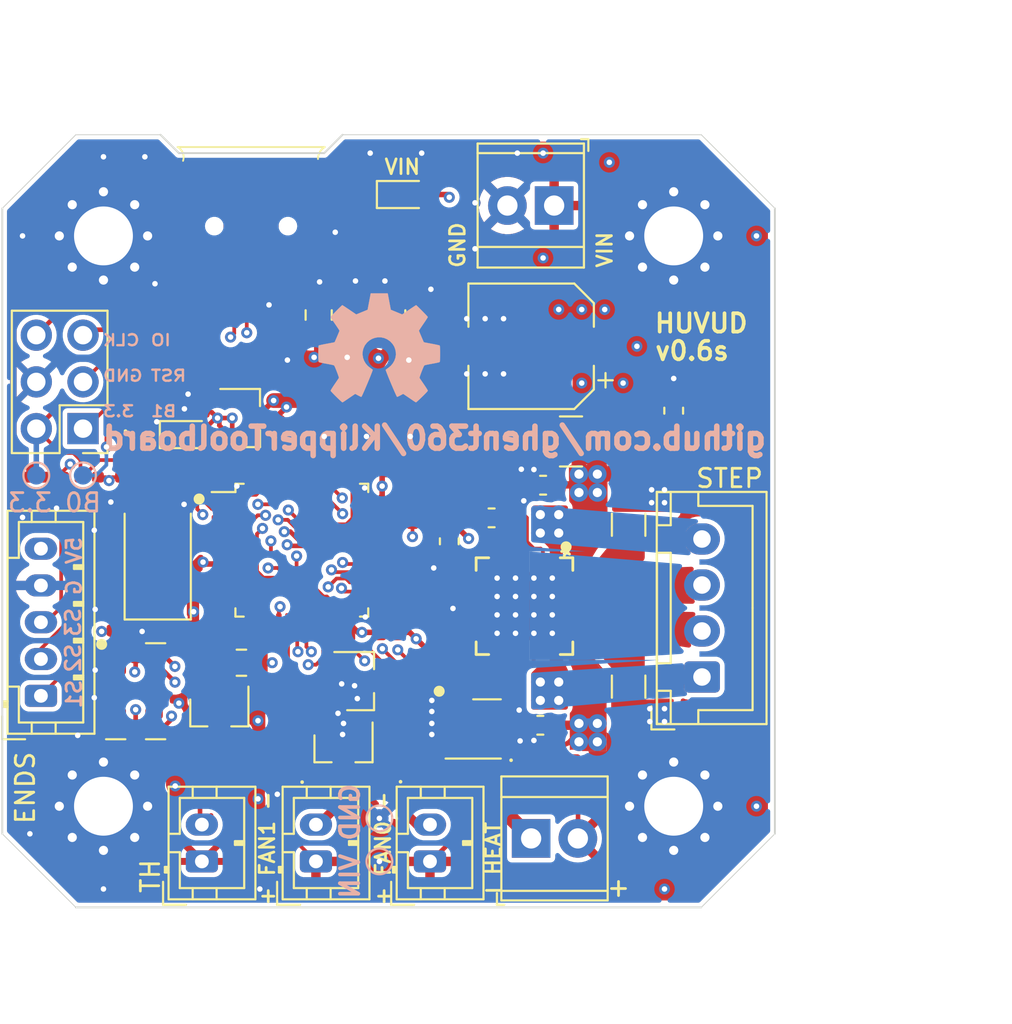
<source format=kicad_pcb>
(kicad_pcb (version 20210424) (generator pcbnew)
  (layers (0 "F.Cu" signal) (1 "In1.Cu" signal) (2 "In2.Cu" signal) (31 "B.Cu" power) (34 "B.Paste" user) (35 "F.Paste" user) (36 "B.SilkS" user "B.Silkscreen") (37 "F.SilkS" user "F.Silkscreen") (38 "B.Mask" user) (39 "F.Mask" user) (44 "Edge.Cuts" user))
  (net 0 "")
  (net 1 "GNDA")
  (net 2 "GND")
  (net 3 "ST_VS")
  (net 4 "Net-(C3-Pad1)")
  (net 5 "Net-(C4-Pad1)")
  (net 6 "Net-(C5-Pad1)")
  (net 7 "Net-(C5-Pad2)")
  (net 8 "+3V3")
  (net 9 "Net-(C12-Pad2)")
  (net 10 "Net-(C13-Pad2)")
  (net 11 "Net-(D1-Pad1)")
  (net 12 "Net-(D1-Pad2)")
  (net 13 "Net-(D2-Pad1)")
  (net 14 "Net-(D2-Pad2)")
  (net 15 "Net-(D3-Pad2)")
  (net 16 "Net-(D3-Pad1)")
  (net 17 "AREF")
  (net 18 "THERM")
  (net 19 "ST_EN")
  (net 20 "HEATER")
  (net 21 "ST_STEP")
  (net 22 "ST_DIR")
  (net 23 "ST_DIAG")
  (net 24 "Net-(D6-Pad1)")
  (net 25 "Net-(D8-Pad1)")
  (net 26 "SWCLK")
  (net 27 "SWDIO")
  (net 28 "/D-")
  (net 29 "Net-(D5-Pad1)")
  (net 30 "LED0")
  (net 31 "BRA")
  (net 32 "BRB")
  (net 33 "ST_UART_TX")
  (net 34 "ST_UART_RX")
  (net 35 "NRST")
  (net 36 "/D+")
  (net 37 "USBD+")
  (net 38 "BOOT0")
  (net 39 "USBD-")
  (net 40 "FAN0")
  (net 41 "FAN1")
  (net 42 "/ST_A2")
  (net 43 "/ST_A1")
  (net 44 "/ST_B1")
  (net 45 "/ST_B2")
  (net 46 "Net-(Q1-Pad1)")
  (net 47 "Net-(Q2-Pad1)")
  (net 48 "Net-(J3-Pad2)")
  (net 49 "Net-(Q3-Pad2)")
  (net 50 "BOOT1")
  (net 51 "Net-(J7-Pad3)")
  (net 52 "Net-(J7-Pad2)")
  (net 53 "Net-(J7-Pad1)")
  (net 54 "ENDSTOP3")
  (net 55 "ENDSTOP1")
  (net 56 "ENDSTOP2")
  (net 57 "ASCL")
  (net 58 "ASDO")
  (net 59 "ACS")
  (net 60 "ASDI")
  (net 61 "AINT1")
  (net 62 "+5V")
  (net 63 "unconnected-(J12-Pad6)")
  (footprint "Capacitor_SMD:C_0402_1005Metric" (layer "F.Cu") (at 188.05 125.3 90)
    (fp_text reference "C12" hide)
    (fp_text value "22pF" hide)
  )
  (footprint "Resistor_SMD:R_0402_1005Metric" (layer "F.Cu") (at 194.15 134.05 -90)
    (fp_text reference "R5" hide)
    (fp_text value "10k" hide)
  )
  (footprint "Crystal:Crystal_SMD_5032-2Pin_5.0x3.2mm" (layer "F.Cu") (at 190.45 123.3 90)
    (fp_text reference "Y1" hide)
    (fp_text value "8Mhz" hide)
  )
  (footprint "Capacitor_SMD:C_0402_1005Metric" (layer "F.Cu") (at 193.5 118.9)
    (fp_text reference "C1" hide)
    (fp_text value "4.7uF" hide)
  )
  (footprint "Capacitor_SMD:C_0402_1005Metric" (layer "F.Cu") (at 202.4 118.3 180)
    (fp_text reference "C17" hide)
    (fp_text value "0.1uF" hide)
  )
  (footprint "Capacitor_SMD:C_0402_1005Metric" (layer "F.Cu") (at 189.15 113.6)
    (fp_text reference "C24" hide)
    (fp_text value "0.1uF" hide)
  )
  (footprint "Capacitor_SMD:C_0402_1005Metric" (layer "F.Cu") (at 188.05 121.5 -90)
    (fp_text reference "C13" hide)
    (fp_text value "22pF" hide)
  )
  (footprint "Resistor_SMD:R_0402_1005Metric" (layer "F.Cu") (at 189.15 109.6 180)
    (fp_text reference "R21" hide)
    (fp_text value "10k" hide)
  )
  (footprint "Package_QFP:LQFP-48_7x7mm_P0.5mm" (layer "F.Cu") (at 198.2836 122.5831)
    (fp_text reference "U5" hide)
    (fp_text value "STM32F103C8T6" hide)
  )
  (footprint "Capacitor_SMD:C_0402_1005Metric" (layer "F.Cu") (at 193.5 117.95)
    (fp_text reference "C18" hide)
    (fp_text value "0.1uF" hide)
  )
  (footprint "Inductor_SMD:L_0805_2012Metric" (layer "F.Cu") (at 195 128.7 180)
    (fp_text reference "L1" hide)
    (fp_text value "22uH" hide)
  )
  (footprint "Resistor_SMD:R_0402_1005Metric" (layer "F.Cu") (at 189.15 110.6)
    (fp_text reference "R22" hide)
    (fp_text value "10k" hide)
  )
  (footprint "Connector_JST:JST_PH_B5B-PH-K_1x05_P2.00mm_Vertical" (layer "F.Cu") (at 184.1 130.5 90)
    (fp_text reference "J7" hide)
    (fp_text value "Endstop")
  )
  (footprint "Capacitor_SMD:C_0402_1005Metric" (layer "F.Cu") (at 185.3 119.1 -90)
    (fp_text reference "C2" hide)
    (fp_text value "0.1uF" hide)
  )
  (footprint "Capacitor_SMD:C_0402_1005Metric" (layer "F.Cu") (at 202.55 126.7 90)
    (fp_text reference "C10" hide)
    (fp_text value "0.1uF" hide)
  )
  (footprint "Capacitor_SMD:C_0402_1005Metric" (layer "F.Cu") (at 203.5 126.7 90)
    (fp_text reference "C27" hide)
    (fp_text value "4.7uF" hide)
  )
  (footprint "Resistor_SMD:R_0402_1005Metric" (layer "F.Cu") (at 189.15 112.6)
    (fp_text reference "R1" hide)
    (fp_text value "10k" hide)
  )
  (footprint "Capacitor_SMD:C_0402_1005Metric" (layer "F.Cu") (at 189.15 111.6 180)
    (fp_text reference "C19" hide)
    (fp_text value "0.1uF" hide)
  )
  (footprint "Resistor_SMD:R_0402_1005Metric" (layer "F.Cu") (at 198.25 130.3 90)
    (fp_text reference "R8" hide)
    (fp_text value "10k" hide)
  )
  (footprint "LED_SMD:LED_0402_1005Metric" (layer "F.Cu") (at 203.65 134.08 90)
    (fp_text reference "D1" hide)
    (fp_text value "LEDGR" hide)
  )
  (footprint "LED_SMD:LED_0402_1005Metric" (layer "F.Cu") (at 210.75 134)
    (fp_text reference "D3" hide)
    (fp_text value "LEDGR" hide)
  )
  (footprint "Package_TO_SOT_SMD:SOT-23" (layer "F.Cu") (at 201.45 129.7)
    (fp_text reference "Q1" hide)
    (fp_text value "AO3400A" hide)
  )
  (footprint "Resistor_SMD:R_0402_1005Metric" (layer "F.Cu") (at 197.35 134.1 90)
    (fp_text reference "R14" hide)
    (fp_text value "10k" hide)
  )
  (footprint "Resistor_SMD:R_0402_1005Metric" (layer "F.Cu") (at 204.6 134.08 90)
    (fp_text reference "R13" hide)
    (fp_text value "10k" hide)
  )
  (footprint "Connector_JST:JST_PH_B2B-PH-K_1x02_P2.00mm_Vertical" (layer "F.Cu") (at 205.25 139.5 90)
    (fp_text reference "J4" hide)
    (fp_text value "FAN0" hide)
  )
  (footprint "MountingHole:MountingHole_3.2mm_M3_Pad_Via" (layer "F.Cu") (at 218.5 105.5)
    (fp_text reference "H2" hide)
    (fp_text value "MountingHole" hide)
  )
  (footprint "MountingHole:MountingHole_3.2mm_M3_Pad_Via" (layer "F.Cu") (at 218.5 136.5)
    (fp_text reference "H4" hide)
    (fp_text value "MountingHole" hide)
  )
  (footprint "Capacitor_SMD:C_0402_1005Metric" (layer "F.Cu") (at 206.1 124.2 180)
    (fp_text reference "C4" hide)
    (fp_text value "4.7uF" hide)
  )
  (footprint "Capacitor_SMD:C_0402_1005Metric" (layer "F.Cu") (at 206.6 128.4 180)
    (fp_text reference "C9" hide)
    (fp_text value "0.1uF" hide)
  )
  (footprint "Capacitor_SMD:C_0603_1608Metric" (layer "F.Cu") (at 211.4 119.05 180)
    (fp_text reference "C6" hide)
    (fp_text value "0.1uF/35V" hide)
  )
  (footprint "Capacitor_SMD:C_0603_1608Metric" (layer "F.Cu") (at 208.6 120.825)
    (fp_text reference "C5" hide)
    (fp_text value "22nf/50V" hide)
  )
  (footprint "Capacitor_SMD:C_0603_1608Metric" (layer "F.Cu") (at 211.25 132.1 180)
    (fp_text reference "C7" hide)
    (fp_text value "0.1uF/35V" hide)
  )
  (footprint "Resistor_SMD:R_1206_3216Metric" (layer "F.Cu") (at 216.05 121.2 -90)
    (fp_text reference "R7" hide)
    (fp_text value "0.110 1%" hide)
  )
  (footprint "Resistor_SMD:R_1206_3216Metric" (layer "F.Cu") (at 216.05 130 90)
    (fp_text reference "R4" hide)
    (fp_text value "0.110 1%" hide)
  )
  (footprint "Resistor_SMD:R_0402_1005Metric" (layer "F.Cu") (at 192.75 134.05 90)
    (fp_text reference "R2" hide)
    (fp_text value "4.7k" hide)
  )
  (footprint "Connector_JST:JST_PH_B2B-PH-K_1x02_P2.00mm_Vertical" (layer "F.Cu") (at 192.85 139.5 90)
    (fp_text reference "J3" hide)
    (fp_text value "THERM" hide)
  )
  (footprint "Huvud:MC-101C" (layer "F.Cu") (at 195.5 103.6 180)
    (fp_text reference "J12" hide)
    (fp_text value "USB_Micro-B")
  )
  (footprint "MountingHole:MountingHole_3.2mm_M3_Pad_Via" (layer "F.Cu") (at 187.5 136.5)
    (fp_text reference "H3" hide)
    (fp_text value "MountingHole" hide)
  )
  (footprint "Connector_PinHeader_2.54mm:PinHeader_2x03_P2.54mm_Vertical" (layer "F.Cu") (at 186.3885 115.976 180)
    (fp_text reference "J2" hide)
    (fp_text value "DBG" hide)
  )
  (footprint "MountingHole:MountingHole_3.2mm_M3_Pad_Via" (layer "F.Cu") (at 187.5 105.5)
    (fp_text reference "H1" hide)
    (fp_text value "MountingHole" hide)
  )
  (footprint "LED_SMD:LED_0402_1005Metric" (layer "F.Cu") (at 198.3 134.1 90)
    (fp_text reference "D2" hide)
    (fp_text value "LEDGR" hide)
  )
  (footprint "Resistor_SMD:R_0402_1005Metric" (layer "F.Cu") (at 212.65 134 180)
    (fp_text reference "R15" hide)
    (fp_text value "10k" hide)
  )
  (footprint "Connector_JST:JST_PH_B2B-PH-K_1x02_P2.00mm_Vertical" (layer "F.Cu") (at 199.05 139.5 90)
    (fp_text reference "J5" hide)
    (fp_text value "FAN1" hide)
  )
  (footprint "Resistor_SMD:R_0402_1005Metric" (layer "F.Cu") (at 184.35 119.1 90)
    (fp_text reference "R36" hide)
    (fp_text value "10k" hide)
  )
  (footprint "Resistor_SMD:R_0402_1005Metric" (layer "F.Cu") (at 199.2 130.3 -90)
    (fp_text reference "R34" hide)
    (fp_text value "22" hide)
  )
  (footprint "Huvud:TMC22xx_QFN" (layer "F.Cu") (at 210.3878 125.6248 -90)
    (fp_text reference "U2" hide)
    (fp_text value "TMC2209-LA" hide)
  )
  (footprint "Package_TO_SOT_SMD:SOT-23" (layer "F.Cu") (at 193.8 131.4 -90)
    (fp_text reference "D9" hide)
    (fp_text value "BAT54S" hide)
  )
  (footprint "Resistor_SMD:R_0402_1005Metric" (layer "F.Cu") (at 189.7 117.2 90)
    (fp_text reference "R3" hide)
    (fp_text value "470" hide)
  )
  (footprint "Resistor_SMD:R_0402_1005Metric" (layer "F.Cu") (at 189.15 114.6 180)
    (fp_text reference "R37" hide)
    (fp_text value "10k" hide)
  )
  (footprint "Resistor_SMD:R_0402_1005Metric" (layer "F.Cu") (at 189.15 115.6 180)
    (fp_text reference "R23" hide)
    (fp_text value "10k" hide)
  )
  (footprint "Resistor_SMD:R_0402_1005Metric" (layer "F.Cu") (at 206.1 126.4 180)
    (fp_text reference "R24" hide)
    (fp_text value "10k" hide)
  )
  (footprint "Resistor_SMD:R_0402_1005Metric" (layer "F.Cu") (at 206.1 127.4)
    (fp_text reference "R16" hide)
    (fp_text value "1k" hide)
  )
  (footprint "Huvud:DFN-8-1EP_3x3mm_P0.65mm_EP1.7x2.05mm" (layer "F.Cu") (at 207.6 132.3)
    (fp_text reference "Q3" hide)
    (fp_text value "AON7524" hide)
  )
  (footprint "Resistor_SMD:R_0402_1005Metric" (layer "F.Cu") (at 206.05 134.55)
    (fp_text reference "R28" hide)
    (fp_text value "22" hide)
  )
  (footprint "Capacitor_SMD:C_1210_3225Metric" (layer "F.Cu") (at 212.917103 116.672428)
    (fp_text reference "C22" hide)
    (fp_text value "10uF/35V" hide)
  )
  (footprint "Capacitor_SMD:C_0805_2012Metric" (layer "F.Cu") (at 201.2 109.8 90)
    (fp_text reference "C32" hide)
    (fp_text value "22uF" hide)
  )
  (footprint "Capacitor_SMD:C_0805_2012Metric" (layer "F.Cu") (at 199.2 109.8 90)
    (fp_text reference "C15" hide)
    (fp_text value "22uF" hide)
  )
  (footprint "Capacitor_SMD:C_0805_2012Metric" (layer "F.Cu") (at 203.2 109.8 90)
    (fp_text reference "C14" hide)
    (fp_text value "22uF" hide)
  )
  (footprint "Capacitor_SMD:C_0603_1608Metric" (layer "F.Cu") (at 218.5 115 90)
    (fp_text reference "C16" hide)
    (fp_text value "0.1uF/35V" hide)
  )
  (footprint "Resistor_SMD:R_0402_1005Metric" (layer "F.Cu") (at 183.4 119.1 90)
    (fp_text reference "R19" hide)
    (fp_text value "10k" hide)
  )
  (footprint "Resistor_SMD:R_0402_1005Metric" (layer "F.Cu") (at 191.1 114.6 90)
    (fp_text reference "R20" hide)
    (fp_text value "470" hide)
  )
  (footprint "Huvud:TerminalBlock_TE_282834-2_1x02_P2.54mm_Horizontal" (layer "F.Cu") (at 210.75 138.25)
    (fp_text reference "J6" hide)
    (fp_text value "Heater" hide)
  )
  (footprint "Capacitor_SMD:CP_Elec_6.3x5.8" (layer "F.Cu") (at 210.75 111.5 180)
    (fp_text reference "C8" hide)
    (fp_text value "100uF/35V" hide)
  )
  (footprint "LED_SMD:LED_0402_1005Metric" (layer "F.Cu") (at 188.7 117.2 -90)
    (fp_text reference "D5" hide)
    (fp_text value "LEDGR" hide)
  )
  (footprint "Capacitor_SMD:C_0402_1005Metric" (layer "F.Cu") (at 192.12 127.98)
    (fp_text reference "C11" hide)
    (fp_text value "0.1uF" hide)
  )
  (footprint "NetTie:NetTie-2_SMD_Pad0.5mm" (layer "F.Cu") (at 190.8 126.95)
    (fp_text reference "NT1" hide)
    (fp_text value "Net-Tie_2" hide)
  )
  (footprint "Capacitor_SMD:C_0402_1005Metric" (layer "F.Cu") (at 192.75 127)
    (fp_text reference "C23" hide)
    (fp_text value "4.7uF" hide)
  )
  (footprint "Connector_JST:JST_XH_B4B-XH-A_1x04_P2.50mm_Vertical" (layer "F.Cu") (at 220.0385 129.476 90)
    (fp_text reference "J9" hide)
    (fp_text value "STEPPER" hide)
  )
  (footprint "Resistor_SMD:R_0402_1005Metric" (layer "F.Cu") (at 191.8 106.7 180)
    (fp_text reference "R27" hide)
    (fp_text value "1.5k" hide)
  )
  (footprint "Resistor_SMD:R_0402_1005Metric" (layer "F.Cu") (at 196.25 107)
    (fp_text reference "R26" hide)
    (fp_text value "22" hide)
  )
  (footprint "Resistor_SMD:R_0402_1005Metric" (layer "F.Cu") (at 194.265 107)
    (fp_text reference "R25" hide)
    (fp_text value "22" hide)
  )
  (footprint "Capacitor_SMD:C_0402_1005Metric" (layer "F.Cu") (at 195.1 134.05 90)
    (fp_text reference "C25" hide)
    (fp_text value "0.1uF" hide)
  )
  (footprint "Capacitor_SMD:C_0603_1608Metric" (layer "F.Cu") (at 206.3 122.1 90)
    (fp_text reference "C3" hide)
    (fp_text value "0.1uF/35V" hide)
  )
  (footprint "LED_SMD:LED_0603_1608Metric" (layer "F.Cu") (at 203.85 103.25)
    (fp_text reference "D6" hide)
    (fp_text value "LEDRED" hide)
  )
  (footprint "Resistor_SMD:R_0402_1005Metric" (layer "F.Cu") (at 203.35 104.65)
    (fp_text reference "R11" hide)
    (fp_text value "10k" hide)
  )
  (footprint "Capacitor_SMD:C_0402_1005Metric" (layer "F.Cu") (at 191.4 119.1 -90)
    (fp_text reference "C30" hide)
    (fp_text value "0.1uF")
  )
  (footprint "Capacitor_SMD:C_0402_1005Metric" (layer "F.Cu") (at 188.45 119.1 -90)
    (fp_text reference "C31" hide)
    (fp_text value "0.1uF")
  )
  (footprint "Resistor_SMD:R_0402_1005Metric" (layer "F.Cu") (at 189.45 119.09 90)
    (fp_text reference "R32" hide)
    (fp_text value "10k")
  )
  (footprint "Resistor_SMD:R_0402_1005Metric" (layer "F.Cu") (at 190.44 119.09 90)
    (fp_text reference "R33" hide)
    (fp_text value "10k")
  )
  (footprint "Resistor_SMD:R_0402_1005Metric" (layer "F.Cu") (at 186.25 119.1 90)
    (fp_text reference "R42" hide)
    (fp_text value "10k")
  )
  (footprint "Resistor_SMD:R_0402_1005Metric" (layer "F.Cu") (at 187.2 119.1 90)
    (fp_text reference "R43" hide)
    (fp_text value "10k")
  )
  (footprint "Package_LGA:LGA-14_3x5mm_P0.8mm_LayoutBorder1x6y" (layer "F.Cu") (at 189.25 130.25)
    (fp_text reference "U1" hide)
    (fp_text value "ADXL345")
  )
  (footprint "Capacitor_SMD:C_0402_1005Metric" (layer "F.Cu") (at 192.95 114.6 -90)
    (fp_text reference "C33" hide)
    (fp_text value "4.7uF")
  )
  (footprint "LED_SMD:LED_0603_1608Metric" (layer "F.Cu") (at 192.05 116.3)
    (fp_text reference "D8" hide)
    (fp_text value "LEDRED" hide)
  )
  (footprint "Capacitor_SMD:C_0402_1005Metric" (layer "F.Cu") (at 188.45 126.95 180)
    (fp_text reference "C34" hide)
    (fp_text value "4.7uF")
  )
  (footprint "Package_TO_SOT_SMD:SOT-23" (layer "F.Cu") (at 195.25 115.4)
    (fp_text reference "U4" hide)
    (fp_text value "XC6206PxxxMR")
  )
  (footprint "Package_TO_SOT_SMD:SOT-23" (layer "F.Cu") (at 200.55 133.35 -90)
    (fp_text reference "Q2" hide)
    (fp_text value "AO3400A" hide)
  )
  (footprint "Resistor_SMD:R_0402_1005Metric" (layer "F.Cu") (at 197.85 131.7 180)
    (fp_text reference "R10" hide)
    (fp_text value "10k" hide)
  )
  (footprint "Resistor_SMD:R_0402_1005Metric" (layer "F.Cu") (at 197.85 132.65)
    (fp_text reference "R35" hide)
    (fp_text value "22" hide)
  )
  (footprint "Resistor_SMD:R_0402_1005Metric" (layer "F.Cu") (at 188.05 123.4 90)
    (fp_text reference "R9" hide)
    (fp_text value "1M" hide)
  )
  (footprint "Resistor_SMD:R_0402_1005Metric" (layer "F.Cu") (at 204.3 120.65 90)
    (fp_text reference "R18" hide)
    (fp_text value "10k" hide)
  )
  (footprint "Capacitor_SMD:C_0402_1005Metric" (layer "F.Cu") (at 197.5 116.2 90)
    (fp_text reference "C35" hide)
    (fp_text value "4.7uF")
  )
  (footprint "Resistor_SMD:R_0402_1005Metric" (layer "F.Cu") (at 203.8 131.6 -90)
    (fp_text reference "R12" hide)
    (fp_text value "10k" hide)
  )
  (footprint "Huvud:TerminalBlock_TE_282834-2_1x02_P2.54mm_Horizontal" (layer "F.Cu") (at 212 103.85 180)
    (fp_text reference "J1" hide)
    (fp_text value "Vin")
  )
  (footprint "TestPoint:TestPoint_Pad_D1.0mm" (layer "B.Cu") (at 186.3885 118.516)
    (fp_text reference "TP1" hide)
    (fp_text value "TestPoint")
  )
  (footprint "TestPoint:TestPoint_Pad_D1.0mm" (layer "B.Cu") (at 183.8485 118.516)
    (fp_text reference "TP6" hide)
    (fp_text value "TestPoint")
  )
  (footprint "TestPoint:TestPoint_Pad_D1.0mm" (layer "B.Cu") (at 202.5 139.5)
    (fp_text reference "VIN1" hide)
    (fp_text value "TestPoint")
  )
  (footprint "TestPoint:TestPoint_Pad_D1.0mm" (layer "B.Cu") (at 202.5 137.16)
    (fp_text reference "GND2" hide)
    (fp_text value "TestPoint")
  )
  (footprint "Symbol:OSHW-Symbol_6.7x6mm_SilkScreen" (layer "B.Cu") (at 202.5 111.6 180)
    (fp_text reference "LOGO1" hide)
    (fp_text value "Logo_Open_Hardware_Small" hide)
  )
  (gr_circle (center 192.7 119.8) (end 192.85 119.8) (layer "F.SilkS") (width 0.3) (fill none))
  (gr_circle (center 212.65 122.4) (end 212.8 122.4) (layer "F.SilkS") (width 0.3) (fill none))
  (gr_circle (center 205.75 130.25) (end 205.9 130.25) (layer "F.SilkS") (width 0.3) (fill none))
  (gr_circle (center 187.4 127.7) (end 187.55 127.7) (layer "F.SilkS") (width 0.3) (fill none))
  (gr_line (start 224 104) (end 224 138) (layer "Edge.Cuts") (width 0.1))
  (gr_line (start 186 100) (end 190.6 100) (layer "Edge.Cuts") (width 0.05))
  (gr_line (start 200.5 100) (end 220 100) (layer "Edge.Cuts") (width 0.05))
  (gr_line (start 220 142) (end 186 142) (layer "Edge.Cuts") (width 0.1))
  (gr_line (start 199.5 101) (end 191.6 101) (layer "Edge.Cuts") (width 0.1))
  (gr_line (start 182 138) (end 182 104) (layer "Edge.Cuts") (width 0.1))
  (gr_line (start 220 100) (end 224 104) (layer "Edge.Cuts") (width 0.05))
  (gr_line (start 220 142) (end 224 138) (layer "Edge.Cuts") (width 0.05))
  (gr_line (start 191.6 101) (end 190.6 100) (layer "Edge.Cuts") (width 0.1))
  (gr_line (start 186 142) (end 182 138) (layer "Edge.Cuts") (width 0.05))
  (gr_line (start 182 104) (end 186 100) (layer "Edge.Cuts") (width 0.05))
  (gr_line (start 200.5 100) (end 199.5 101) (layer "Edge.Cuts") (width 0.1))
  (gr_text "CLK\n\nGND\n\n3.3" (at 187.4 113.1) (layer "B.SilkS") (effects (font (size 0.6 0.7) (thickness 0.13)) (justify right mirror)))
  (gr_text "IO\n\nRST\n\nB1" (at 190 113.1) (layer "B.SilkS") (effects (font (size 0.6 0.7) (thickness 0.13)) (justify right mirror)))
  (gr_text "5V" (at 185.9 122.6 90) (layer "B.SilkS") (effects (font (size 0.8 0.8)) (justify mirror)))
  (gr_text "3.3" (at 183.5 120) (layer "B.SilkS") (effects (font (size 1 1)) (justify mirror)))
  (gr_text "S2" (at 185.85 128.45 90) (layer "B.SilkS") (effects (font (size 0.8 0.8)) (justify mirror)))
  (gr_text "S1" (at 185.9 130.4 90) (layer "B.SilkS") (effects (font (size 0.8 0.8)) (justify mirror)))
  (gr_text "S3" (at 185.85 126.5 90) (layer "B.SilkS") (effects (font (size 0.8 0.8)) (justify mirror)))
  (gr_text "github.com/ghent360/KlipperToolboard" (at 205.5 116.5) (layer "B.SilkS") (effects (font (size 1.2 1.2) (thickness 0.3)) (justify mirror)))
  (gr_text "G" (at 185.9 124.6 90) (layer "B.SilkS") (effects (font (size 0.8 0.8)) (justify mirror)))
  (gr_text "B0" (at 186.3885 120) (layer "B.SilkS") (effects (font (size 1 1)) (justify mirror)))
  (gr_text "GND VIN" (at 200.9 138.4 90) (layer "B.SilkS") (effects (font (size 1 1) (thickness 0.2)) (justify mirror)))
  (gr_text "HEAT" (at 208.7 138.8 90) (layer "F.SilkS") (effects (font (size 0.8 0.8))))
  (gr_text "+ FAN0 -" (at 202.7 138.8 90) (layer "F.SilkS") (effects (font (size 0.8 0.8))))
  (gr_text "STEP" (at 221.5385 118.676) (layer "F.SilkS") (effects (font (size 1 1))))
  (gr_text "v0.6s" (at 219.5 111.75) (layer "F.SilkS") (effects (font (size 1 1) (thickness 0.2))))
  (gr_text "VIN" (at 214.75 106.25 90) (layer "F.SilkS") (effects (font (size 0.8 0.8))))
  (gr_text "GND" (at 206.75 106 90) (layer "F.SilkS") (effects (font (size 0.8 0.8))))
  (gr_text "VIN" (at 203.75 101.75) (layer "F.SilkS") (effects (font (size 0.8 0.8))))
  (gr_text "ENDS" (at 183.25 135.5 90) (layer "F.SilkS") (effects (font (size 1 1))))
  (gr_text "+ FAN1 -" (at 196.4 138.8 90) (layer "F.SilkS") (effects (font (size 0.8 0.8))))
  (gr_text "-" (at 208.7 141) (layer "F.SilkS") (effects (font (size 1 1))))
  (gr_text "TH" (at 190.05 140.3 90) (layer "F.SilkS") (effects (font (size 1 1))))
  (gr_text "HUVUD\n" (at 220 110.25) (layer "F.SilkS") (effects (font (size 1 1) (thickness 0.2))))
  (gr_text "+" (at 215.5 140.9) (layer "F.SilkS") (effects (font (size 1 1))))
  (segment (start 192.57299 125.92701) (end 192.57299 123.570662) (width 0.25) (layer "F.Cu") (net 1))
  (segment (start 195.1 134.535) (end 195.1 135.3) (width 0.3) (layer "F.Cu") (net 1))
  (segment (start 191.3 126.95) (end 192.215 126.95) (width 0.25) (layer "F.Cu") (net 1))
  (segment (start 191.35 138) (end 191.35 135.40001) (width 0.4) (layer "F.Cu") (net 1))
  (segment (start 192.215 126.95) (end 192.265 127) (width 0.25) (layer "F.Cu") (net 1))
  (segment (start 194.75 130.7) (end 195.9 131.85) (width 0.4) (layer "F.Cu") (net 1))
  (segment (start 191.635 127.98) (end 191.635 127.63) (width 0.25) (layer "F.Cu") (net 1))
  (segment (start 191.635 127.63) (end 192.265 127) (width 0.25) (layer "F.Cu") (net 1))
  (segment (start 192.85 139.5) (end 191.35 138) (width 0.4) (layer "F.Cu") (net 1))
  (segment (start 192.57299 126.37201) (end 192.57299 125.92701) (width 0.25) (layer "F.Cu") (net 1))
  (segment (start 195.775736 136.1) (end 195.9 136.1) (width 0.3) (layer "F.Cu") (net 1))
  (segment (start 192.265 126.68) (end 192.57299 126.37201) (width 0.25) (layer "F.Cu") (net 1))
  (segment (start 192.265 127) (end 192.265 126.68) (width 0.25) (layer "F.Cu") (net 1))
  (segment (start 194.75 130.4) (end 194.75 130.7) (width 0.4) (layer "F.Cu") (net 1))
  (segment (start 195.1 135.3) (end 195.9 136.1) (width 0.3) (layer "F.Cu") (net 1))
  (segment (start 194.1211 123.3331) (end 193.014552 123.3331) (width 0.3) (layer "F.Cu") (net 1))
  (segment (start 192.85 139.5) (end 195.9 136.45) (width 0.35) (layer "F.Cu") (net 1))
  (segment (start 192.57299 123.570662) (end 192.912552 123.2311) (width 0.25) (layer "F.Cu") (net 1))
  (segment (start 195.9 136.45) (end 195.9 136.1) (width 0.35) (layer "F.Cu") (net 1))
  (via (at 192.912552 123.2311) (size 0.6) (drill 0.3) (layers "F.Cu" "B.Cu") (net 1))
  (via (at 191.4 135.4) (size 0.6) (drill 0.3) (layers "F.Cu" "B.Cu") (net 1))
  (via (at 195.9 136.1) (size 0.6) (drill 0.3) (layers "F.Cu" "B.Cu") (net 1))
  (via (at 191.6 130.9) (size 0.6) (drill 0.3) (layers "F.Cu" "B.Cu") (net 1))
  (via (at 192.4 125.92701) (size 0.6) (drill 0.3) (layers "F.Cu" "B.Cu") (net 1))
  (via (at 195.9 131.85) (size 0.6) (drill 0.3) (layers "F.Cu" "B.Cu") (net 1))
  (segment (start 207.9621 125.124801) (end 209.887801 125.124801) (width 0.25) (layer "F.Cu") (net 2))
  (segment (start 209.887801 125.124801) (end 210.3878 125.6248) (width 0.25) (layer "F.Cu") (net 2))
  (segment (start 210.887799 123.1991) (end 210.887799 125.124801) (width 0.25) (layer "F.Cu") (net 2))
  (segment (start 208.8878 124.1878) (end 209.15 124.45) (width 0.25) (layer "F.Cu") (net 2))
  (segment (start 208.8878 123.1991) (end 208.8878 124.1878) (width 0.25) (layer "F.Cu") (net 2))
  (segment (start 210.3878 128.0505) (end 210.3878 125.6878) (width 0.25) (layer "F.Cu") (net 2))
  (segment (start 211.387801 126.624801) (end 210.3878 125.6248) (width 0.25) (layer "F.Cu") (net 2))
  (segment (start 211.387801 128.0505) (end 211.387801 126.624801) (width 0.25) (layer "F.Cu") (net 2))
  (segment (start 199.65 132.35) (end 199.65 132.234315) (width 0.4) (layer "F.Cu") (net 2))
  (segment (start 194.75 119.1) (end 194.55 118.9) (width 0.3) (layer "F.Cu") (net 2))
  (segment (start 201.7 119.2) (end 201.43159 119.46841) (width 0.3) (layer "F.Cu") (net 2))
  (segment (start 201.736659 126.213341) (end 201.759312 126.235994) (width 0.3) (layer "F.Cu") (net 2))
  (segment (start 200.45 130.65) (end 200.45 131.35) (width 0.3) (layer "F.Cu") (net 2))
  (segment (start 183.8485 113.436) (end 182.6 112.1875) (width 0.35) (layer "F.Cu") (net 2))
  (segment (start 199.85 131.84999) (end 199.949991 131.749999) (width 0.35) (layer "F.Cu") (net 2))
  (segment (start 210.4625 132.1) (end 210.15 132.95) (width 0.4) (layer "F.Cu") (net 2))
  (segment (start 205.285 132.6) (end 205.35 132.6) (width 0.3) (layer "F.Cu") (net 2))
  (segment (start 182.6 112.1875) (end 182.6 114.6845) (width 0.35) (layer "F.Cu") (net 2))
  (segment (start 206.15 131.975) (end 205.375 131.975) (width 0.35) (layer "F.Cu") (net 2))
  (segment (start 189.635 109.6) (end 189.635 110.6) (width 0.25) (layer "F.Cu") (net 2))
  (segment (start 188.25 130.65) (end 188.25 131.45) (width 0.25) (layer "F.Cu") (net 2))
  (segment (start 210.6125 119.6375) (end 210.35 119.9) (width 0.4) (layer "F.Cu") (net 2))
  (segment (start 195.172999 119.522999) (end 194.75 119.1) (width 0.3) (layer "F.Cu") (net 2))
  (segment (start 218.5 114.2125) (end 218.5 113.25) (width 0.8) (layer "F.Cu") (net 2))
  (segment (start 206.15 131.325) (end 206.15 131.975) (width 0.35) (layer "F.Cu") (net 2))
  (segment (start 200 132) (end 200.125738 132) (width 0.35) (layer "F.Cu") (net 2))
  (segment (start 192.95 114.115) (end 192.115 114.115) (width 0.3) (layer "F.Cu") (net 2))
  (segment (start 200.5336 126.7456) (end 200.5336 126.0081) (width 0.3) (layer "F.Cu") (net 2))
  (segment (start 194.28 118.9) (end 193.985 118.9) (width 0.3) (layer "F.Cu") (net 2))
  (segment (start 189.635 114.6) (end 189.635 115.6) (width 0.25) (layer "F.Cu") (net 2))
  (segment (start 210.6125 119.05) (end 210.9 118.2) (width 0.4) (layer "F.Cu") (net 2))
  (segment (start 189.65 126.95) (end 189.6 127) (width 0.25) (layer "F.Cu") (net 2))
  (segment (start 209.324799 124.624799) (end 210.3248 125.6248) (width 0.2) (layer "F.Cu") (net 2))
  (segment (start 201.43159 120.05609) (end 201.7086 120.3331) (width 0.3) (layer "F.Cu") (net 2))
  (segment (start 182.6 114.6845) (end 182.6 117.4) (width 0.35) (layer "F.Cu") (net 2))
  (segment (start 187.485 121.015) (end 187 121.5) (width 0.25) (layer "F.Cu") (net 2))
  (segment (start 193.75 106) (end 193 106) (width 0.25) (layer "F.Cu") (net 2))
  (segment (start 210.6125 119.05) (end 210.6125 119.6375) (width 0.4) (layer "F.Cu") (net 2))
  (segment (start 185.3 119.585) (end 185.3 119.95) (width 0.2) (layer "F.Cu") (net 2))
  (segment (start 200.81061 125.73109) (end 201.254408 125.73109) (width 0.3) (layer "F.Cu") (net 2))
  (segment (start 200.125738 132) (end 200.550002 132) (width 0.35) (layer "F.Cu") (net 2))
  (segment (start 203.45 126.215) (end 203.429006 126.235994) (width 0.3) (layer "F.Cu") (net 2))
  (segment (start 190.12 114.115) (end 189.635 114.6) (width 0.25) (layer "F.Cu") (net 2))
  (segment (start 189.65 110.265) (end 189.635 110.28) (width 0.2) (layer "F.Cu") (net 2))
  (segment (start 192.115 114.115) (end 192.1 114.1) (width 0.3) (layer "F.Cu") (net 2))
  (segment (start 206.15 131.325) (end 206.15 130.772987) (width 0.35) (layer "F.Cu") (net 2))
  (segment (start 196.0336 118.4206) (end 196.0336 119.2664) (width 0.3) (layer "F.Cu") (net 2))
  (segment (start 188.25 130.65) (end 187.775 130.65) (width 0.25) (layer "F.Cu") (net 2))
  (segment (start 207.6 128.4) (end 207.085 128.4) (width 0.25) (layer "F.Cu") (net 2))
  (segment (start 205.615 124.2) (end 205.615 123.710988) (width 0.2) (layer "F.Cu") (net 2))
  (segment (start 185.3 119.95) (end 184.95 120.3) (width 0.2) (layer "F.Cu") (net 2))
  (segment (start 189.635 110.28) (end 189.635 110.6) (width 0.2) (layer "F.Cu") (net 2))
  (segment (start 191.1 114.115) (end 192.085 114.115) (width 0.25) (layer "F.Cu") (net 2))
  (segment (start 203.8 131.115) (end 205.115 131.115) (width 0.3) (layer "F.Cu") (net 2))
  (segment (start 188.935 126.95) (end 189.55 126.95) (width 0.25) (layer "F.Cu") (net 2))
  (segment (start 192.085 114.115) (end 192.1 114.1) (width 0.25) (layer "F.Cu") (net 2))
  (segment (start 202.8 108.8625) (end 202.8 107.9) (width 0.4) (layer "F.Cu") (net 2))
  (segment (start 198.25 130.785) (end 198.25 131.615) (width 0.2) (layer "F.Cu") (net 2))
  (segment (start 194 105.75) (end 193.75 106) (width 0.25) (layer "F.Cu") (net 2))
  (segment (start 191.6 119.88) (end 191.81129 120.09129) (width 0.2) (layer "F.Cu") (net 2))
  (segment (start 200.45 131.35) (end 200.35 131.45) (width 0.3) (layer "F.Cu") (net 2))
  (segment (start 201.459313 125.935995) (end 201.736659 126.213341) (width 0.3) (layer "F.Cu") (net 2))
  (segment (start 199.65 132.35) (end 199.85 132.15) (width 0.35) (layer "F.Cu") (net 2))
  (segment (start 194.25 114.45) (end 193.285 114.45) (width 0.3) (layer "F.Cu") (net 2))
  (segment (start 193.285 114.45) (end 192.95 114.115) (width 0.3) (layer "F.Cu") (net 2))
  (segment (start 198.335 131.7) (end 198.95 131.7) (width 0.2) (layer "F.Cu") (net 2))
  (segment (start 189.635 109.6) (end 189.635 108.765) (width 0.2) (layer "F.Cu") (net 2))
  (segment (start 199.65 132.35) (end 199.9 132.6) (width 0.35) (layer "F.Cu") (net 2))
  (segment (start 187.1 129.05) (end 187.05 129.1) (width 0.25) (layer "F.Cu") (net 2))
  (segment (start 188.28099 119.585) (end 187.9 119.96599) (width 0.2) (layer "F.Cu") (net 2))
  (segment (start 191.6 119.585) (end 191.6 119.88) (width 0.2) (layer "F.Cu") (net 2))
  (segment (start 187.775 130.65) (end 187.05 129.925) (width 0.25) (layer "F.Cu") (net 2))
  (segment (start 190.000001 108.399999) (end 190.3 108.1) (width 0.2) (layer "F.Cu") (net 2))
  (segment (start 194.2254 105.4942) (end 194.2254 105.5246) (width 0.25) (layer "F.Cu") (net 2))
  (segment (start 201.254408 125.73109) (end 201.459313 125.935995) (width 0.3) (layer "F.Cu") (net 2))
  (segment (start 210.3248 125.6248) (end 210.3878 125.6248) (width 0.2) (layer "F.Cu") (net 2))
  (segment (start 200.45 130.65) (end 201.15 129.95) (width 0.35) (layer "F.Cu") (net 2))
  (segment (start 204.45 104.65) (end 204.85 104.65) (width 0.3) (layer "F.Cu") (net 2))
  (segment (start 182.6 112.1875) (end 182.6 110.05) (width 0.35) (layer "F.Cu") (net 2))
  (segment (start 187.05 129.524264) (end 187.05 129.1) (width 0.25) (layer "F.Cu") (net 2))
  (segment (start 205.375 132.625) (end 205.35 132.6) (width 0.35) (layer "F.Cu") (net 2))
  (segment (start 188.25 129.05) (end 187.1 129.05) (width 0.25) (layer "F.Cu") (net 2))
  (segment (start 198.25 131.615) (end 198.335 131.7) (width 0.2) (layer "F.Cu") (net 2))
  (segment (start 206.15 131.325) (end 205.375 131.325) (width 0.35) (layer "F.Cu") (net 2))
  (segment (start 203.835 104.65) (end 204.45 104.65) (width 0.3) (layer "F.Cu") (net 2))
  (segment (start 210.2125 118.175) (end 210.216421 118.183579) (width 0.35) (layer "F.Cu") (net 2))
  (segment (start 201.915 118.985) (end 201.7 119.2) (width 0.3) (layer "F.Cu") (net 2))
  (segment (start 200.075736 132.6) (end 200.5 132.6) (width 0.35) (layer "F.Cu") (net 2))
  (segment (start 210.1125 131.275) (end 210.100002 131.275) (width 0.35) (layer "F.Cu") (net 2))
  (segment (start 199.2 108.05) (end 199.25 108) (width 0.4) (layer "F.Cu") (net 2))
  (segment (start 190.392232 115.6) (end 190.396116 115.603884) (width 0.25) (layer "F.Cu") (net 2))
  (segment (start 210.4625 132.1) (end 210.9 132.925) (width 0.4) (layer "F.Cu") (net 2))
  (segment (start 206.15 131.975) (end 206.15 132.625) (width 0.35) (layer "F.Cu") (net 2))
  (segment (start 189.635 110.6) (end 189.635 111.6) (width 0.25) (layer "F.Cu") (net 2))
  (segment (start 204.17701 116.50201) (end 204.17701 116.4) (width 0.3) (layer "F.Cu") (net 2))
  (segment (start 203.429006 126.235994) (end 202.183576 126.235994) (width 0.3) (layer "F.Cu") (net 2))
  (segment (start 187.9375 105.0625) (end 187.5 105.5) (width 0.25) (layer "F.Cu") (net 2))
  (segment (start 205.115 131.115) (end 205.35 131.35) (width 0.3) (layer "F.Cu") (net 2))
  (segment (start 210.4625 132.1) (end 210.1125 131.275) (width 0.35) (layer "F.Cu") (net 2))
  (segment (start 203.78 131.115) (end 203.8 131.115) (width 0.2) (layer "F.Cu") (net 2))
  (segment (start 188.45 119.585) (end 188.28099 119.585) (width 0.2) (layer "F.Cu") (net 2))
  (segment (start 194.55 118.9) (end 194.28 118.9) (width 0.3) (layer "F.Cu") (net 2))
  (segment (start 199.85 132.15) (end 200 132) (width 0.35) (layer "F.Cu") (net 2))
  (segment (start 210.6125 119.05) (end 210.2125 118.175) (width 0.4) (layer "F.Cu") (net 2))
  (segment (start 189.635 113.6) (end 189.635 114.6) (width 0.25) (layer "F.Cu") (net 2))
  (segment (start 187.065 125.785) (end 187.05 125.8) (width 0.25) (layer "F.Cu") (net 2))
  (segment (start 190.3 126.95) (end 189.65 126.95) (width 0.25) (layer "F.Cu") (net 2))
  (segment (start 211.517103 117.582897) (end 210.9 118.2) (width 0.4) (layer "F.Cu") (net 2))
  (segment (start 183.8485 113.436) (end 182.6 114.6845) (width 0.35) (layer "F.Cu") (net 2))
  (segment (start 207.9621 124.624799) (end 209.324799 124.624799) (width 0.2) (layer "F.Cu") (net 2))
  (segment (start 205.35 130.85) (end 205.35 131.35) (width 0.25) (layer "F.Cu") (net 2))
  (segment (start 188.05 125.785) (end 187.065 125.785) (width 0.25) (layer "F.Cu") (net 2))
  (segment (start 205.375 131.975) (end 205.35 132) (width 0.35) (layer "F.Cu") (net 2))
  (segment (start 211.517103 116.672428) (end 211.517103 117.582897) (width 0.4) (layer "F.Cu") (net 2))
  (segment (start 193.985 117.95) (end 193.985 118.9) (width 0.4) (layer "F.Cu") (net 2))
  (segment (start 209.387799 126.624801) (end 210.3878 125.6248) (width 0.25) (layer "F.Cu") (net 2))
  (segment (start 205.615 123.710988) (end 205.454012 123.55) (width 0.2) (layer "F.Cu") (net 2))
  (segment (start 200.45 130.65) (end 200.45 129.85) (width 0.35) (layer "F.Cu") (net 2))
  (segment (start 199.949991 131.749999) (end 200.24999 131.45) (width 0.35) (layer "F.Cu") (net 2))
  (segment (start 199.9 132.6) (end 200.075736 132.6) (width 0.35) (layer "F.Cu") (net 2))
  (segment (start 187.05 129.925) (end 187.05 129.524264) (width 0.25) (layer "F.Cu") (net 2))
  (segment (start 201.43159 119.46841) (end 201.43159 120.05609) (width 0.3) (layer "F.Cu") (net 2))
  (segment (start 191.1 114.115) (end 190.12 114.115) (width 0.25) (layer "F.Cu") (net 2))
  (segment (start 205.375 131.325) (end 205.35 131.35) (width 0.35) (layer "F.Cu") (net 2))
  (segment (start 205.575 130.75) (end 205.35 130.75) (width 0.35) (layer "F.Cu") (net 2))
  (segment (start 202.8 107.9) (end 202.8 107.95) (width 0.4) (layer "F.Cu") (net 2))
  (segment (start 196.0336 119.2664) (end 195.777001 119.522999) (width 0.3) (layer "F.Cu") (net 2))
  (segment (start 189.55 126.95) (end 189.6 127) (width 0.25) (layer "F.Cu") (net 2))
  (segment (start 201.7086 120.3331) (end 202.4461 120.3331) (width 0.3) (layer "F.Cu") (net 2))
  (segment (start 198.95 131.7) (end 199.6 132.35) (width 0.2) (layer "F.Cu") (net 2))
  (segment (start 191.81129 120.09129) (end 191.88166 120.09129) (width 0.2) (layer "F.Cu") (net 2))
  (segment (start 201.2 108.8625) (end 201.2 107.95) (width 0.4) (layer "F.Cu") (net 2))
  (segment (start 207.8878 126.624801) (end 209.387799 126.624801) (width 0.25) (layer "F.Cu") (net 2))
  (segment (start 189.635 115.6) (end 190.392232 115.6) (width 0.25) (layer "F.Cu") (net 2))
  (segment (start 195.777001 119.522999) (end 195.172999 119.522999) (width 0.3) (layer "F.Cu") (net 2))
  (segment (start 202.183576 126.235994) (end 201.759312 126.235994) (width 0.3) (layer "F.Cu") (net 2))
  (segment (start 200.45 130.65) (end 201.3 130.65) (width 0.35) (layer "F.Cu") (net 2))
  (segment (start 188.05 121.015) (end 187.485 121.015) (width 0.25) (layer "F.Cu") (net 2))
  (segment (start 206.15 132.625) (end 205.375 132.625) (width 0.35) (layer "F.Cu") (net 2))
  (segment (start 199.85 132.15) (end 199.85 131.84999) (width 0.35) (layer "F.Cu") (net 2))
  (segment (start 206.585 126.4) (end 206.585 125.835) (width 0.3) (layer "F.Cu") (net 2))
  (segment (start 194.2254 105.5246) (end 194 105.75) (width 0.25) (layer "F.Cu") (net 2))
  (segment (start 201.915 118.3) (end 201.915 118.985) (width 0.3) (layer "F.Cu") (net 2))
  (segment (start 206.585 125.835) (end 206.5 125.75) (width 0.3) (layer "F.Cu") (net 2))
  (segment (start 189.635 108.765) (end 190.000001 108.399999) (width 0.2) (layer "F.Cu") (net 2))
  (segment (start 199.2 108.8625) (end 199.2 108.05) (width 0.4) (layer "F.Cu") (net 2))
  (segment (start 208.9 127.1) (end 207.6 128.4) (width 0.25) (layer "F.Cu") (net 2))
  (segment (start 200.35 131.45) (end 200.24999 131.45) (width 0.3) (layer "F.Cu") (net 2))
  (segment (start 200.5336 126.0081) (end 200.81061 125.73109) (width 0.3) (layer "F.Cu") (net 2))
  (segment (start 206.15 131.325) (end 205.575 130.75) (width 0.35) (layer "F.Cu") (net 2))
  (via (at 208.9 124.1) (size 0.6) (drill 0.3) (layers "F.Cu" "B.Cu") (net 2))
  (via (at 209.9 124.1) (size 0.6) (drill 0.3) (layers "F.Cu" "B.Cu") (net 2))
  (via (at 210.9 124.1) (size 0.6) (drill 0.3) (layers "F.Cu" "B.Cu") (net 2))
  (via (at 211.9 124.1) (size 0.6) (drill 0.3) (layers "F.Cu" "B.Cu") (net 2))
  (via (at 208.9 125.1) (size 0.6) (drill 0.3) (layers "F.Cu" "B.Cu") (net 2))
  (via (at 209.9 125.1) (size 0.6) (drill 0.3) (layers "F.Cu" "B.Cu") (net 2))
  (via (at 210.9 125.1) (size 0.6) (drill 0.3) (layers "F.Cu" "B.Cu") (net 2))
  (via (at 211.9 125.1) (size 0.6) (drill 0.3) (layers "F.Cu" "B.Cu") (net 2))
  (via (at 208.9 126.1) (size 0.6) (drill 0.3) (layers "F.Cu" "B.Cu") (net 2))
  (via (at 209.9 126.1) (size 0.6) (drill 0.3) (layers "F.Cu" "B.Cu") (net 2))
  (via (at 210.9 126.1) (size 0.6) (drill 0.3) (layers "F.Cu" "B.Cu") (net 2))
  (via (at 211.9 126.1) (size 0.6) (drill 0.3) (layers "F.Cu" "B.Cu") (net 2))
  (via (at 209.9 127.1) (size 0.6) (drill 0.3) (layers "F.Cu" "B.Cu") (net 2))
  (via (at 210.9 127.1) (size 0.6) (drill 0.3) (layers "F.Cu" "B.Cu") (net 2))
  (via (at 211.9 127.1) (size 0.6) (drill 0.3) (layers "F.Cu" "B.Cu") (net 2))
  (via (at 183.1 120.8) (size 0.6) (drill 0.3) (layers "F.Cu" "B.Cu") (net 2))
  (via (at 208.9 127.1) (size 0.6) (drill 0.3) (layers "F.Cu" "B.Cu") (net 2))
  (via (at 217.2 131.2) (size 0.6) (drill 0.3) (layers "F.Cu" "B.Cu") (net 2))
  (via (at 187.5 141) (size 0.6) (drill 0.3) (layers "F.Cu" "B.Cu") (net 2))
  (via (at 190.3 108.1) (size 0.6) (drill 0.3) (layers "F.Cu" "B.Cu") (net 2))
  (via (at 190.396116 115.603884) (size 0.6) (drill 0.3) (layers "F.Cu" "B.Cu") (net 2))
  (via (at 199.5 116.4) (size 0.6) (drill 0.3) (layers "F.Cu" "B.Cu") (net 2))
  (via (at 192.1 114.1) (size 0.6) (drill 0.3) (layers "F.Cu" "B.Cu") (net 2))
  (via (at 183.1 105.5) (size 0.6) (drill 0.3) (layers "F.Cu" "B.Cu") (net 2))
  (via (at 204.17701 116.4) (size 0.6) (drill 0.3) (layers "F.Cu" "B.Cu") (net 2))
  (via (at 205.35 130.75) (size 0.6) (drill 0.3) (layers "F.Cu" "B.Cu") (net 2))
  (via (at 196 141) (size 0.6) (drill 0.3) (layers "F.Cu" "B.Cu") (net 2))
  (via (at 200.1 105.3) (size 0.6) (drill 0.3) (layers "F.Cu" "B.Cu") (net 2))
  (via (at 199.25 108) (size 0.6) (drill 0.3) (layers "F.Cu" "B.Cu") (net 2))
  (via (at 209.25 110) (size 0.6) (drill 0.3) (layers "F.Cu" "B.Cu") (net 2))
  (via (at 201.3 130.65) (size 0.6) (drill 0.3) (layers "F.Cu" "B.Cu") (net 2))
  (via (at 200.45 129.85) (size 0.6) (drill 0.3) (layers "F.Cu" "B.Cu") (net 2))
  (via (at 207.25 113) (size 0.6) (drill 0.3) (layers "F.Cu" "B.Cu") (net 2))
  (via (at 218 131.2) (size 0.6) (drill 0.3) (layers "F.Cu" "B.Cu") (net 2))
  (via (at 204.8 101) (size 0.6) (drill 0.3) (layers "F.Cu" "B.Cu") (net 2))
  (via (at 202.5 137.16) (size 0.6) (drill 0.3) (layers "F.Cu" "B.Cu") (net 2))
  (via (at 189.75 101.2) (size 0.6) (drill 0.3) (layers "F.Cu" "B.Cu") (net 2))
  (via (at 184.95 120.3) (size 0.6) (drill 0.3) (layers "F.Cu" "B.Cu") (net 2))
  (via (at 218 131.9) (size 0.6) (drill 0.3) (layers "F.Cu" "B.Cu") (net 2))
  (via (at 208.25 113) (size 0.6) (drill 0.3) (layers "F.Cu" "B.Cu") (net 2))
  (via (at 209.25 113) (size 0.6) (drill 0.3) (layers "F.Cu" "B.Cu") (net 2))
  (via (at 207.7 103.7) (size 0.6) (drill 0.3) (layers "F.Cu" "B.Cu") (net 2))
  (via (at 207.7 106.2) (size 0.6) (drill 0.3) (layers "F.Cu" "B.Cu") (net 2))
  (via (at 210.9 132.925) (size 0.6) (drill 0.3) (layers "F.Cu" "B.Cu") (net 2))
  (via (at 194.75 119.1) (size 0.6) (drill 0.3) (layers "F.Cu" "B.Cu") (net 2))
  (via (at 202.8 107.95) (size 0.6) (drill 0.3) (layers "F.Cu" "B.Cu") (net 2))
  (via (at 187 121.5) (size 0.6) (drill 0.3) (layers "F.Cu" "B.Cu") (net 2))
  (via (at 217.3 119.3) (size 0.6) (drill 0.3) (layers "F.Cu" "B.Cu") (net 2))
  (via (at 217.3 120) (size 0.6) (drill 0.3) (layers "F.Cu" "B.Cu") (net 2))
  (via (at 201.736659 126.213341) (size 0.6) (drill 0.3) (layers "F.Cu" "B.Cu") (net 2))
  (via (at 187.05 125.8) (size 0.6) (drill 0.3) (layers "F.Cu" "B.Cu") (net 2))
  (via (at 210.15 132.95) (size 0.6) (drill 0.3) (layers "F.Cu" "B.Cu") (net 2))
  (via (at 201.7 119.2) (size 0.6) (drill 0.3) (layers "F.Cu" "B.Cu") (net 2))
  (via (at 218.5 113.25) (size 0.6) (drill 0.3) (layers "F.Cu" "B.Cu") (net 2))
  (via (at 210.216421 118.183579) (size 0.6) (drill 0.3) (layers "F.Cu" "B.Cu") (net 2))
  (via (at 205.35 132.6) (size 0.6) (drill 0.3) (layers "F.Cu" "B.Cu") (net 2))
  (via (at 189.6 127) (size 0.6) (drill 0.3) (layers "F.Cu" "B.Cu") (net 2))
  (via (at 210.100002 131.275) (size 0.6) (drill 0.3) (layers "F.Cu" "B.Cu") (net 2))
  (via (at 205.35 131.35) (size 0.6) (drill 0.3) (layers "F.Cu" "B.Cu") (net 2))
  (via (at 201.2 107.95) (size 0.6) (drill 0.3) (layers "F.Cu" "B.Cu") (net 2))
  (via (at 186.1 132.65) (size 0.6) (drill 0.3) (layers "F.Cu" "B.Cu") (net 2))
  (via (at 205.454012 123.55) (size 0.6) (drill 0.3) (layers "F.Cu" "B.Cu") (net 2))
  (via (at 191.9 114.9) (size 0.6) (drill 0.3) (layers "F.Cu" "B.Cu") (net 2))
  (via (at 218 120) (size 0.6) (drill 0.3) (layers "F.Cu" "B.Cu") (net 2))
  (via (at 205.299988 108.399988) (size 0.6) (drill 0.3) (layers "F.Cu" "B.Cu") (net 2))
  (via (at 200.24999 131.45) (size 0.6) (drill 0.3) (layers "F.Cu" "B.Cu") (net 2))
  (via (at 201.8 116.4) (size 0.6) (drill 0.3) (layers "F.Cu" "B.Cu") (net 2))
  (via (at 183.5 138) (size 0.6) (drill 0.3) (layers "F.Cu" "B.Cu") (net 2))
  (via (at 196.95 135.85) (size 0.6) (drill 0.3) (layers "F.Cu" "B.Cu") (net 2))
  (via (at 187 130.6) (size 0.6) (drill 0.3) (layers "F.Cu" "B.Cu") (net 2))
  (via (at 210.9 118.2) (size 0.6) (drill 0.3) (layers "F.Cu" "B.Cu") (net 2))
  (via (at 197.5 112.25) (size 0.6) (drill 0.3) (layers "F.Cu" "B.Cu") (net 2))
  (via (at 201.15 129.95) (size 0.6) (drill 0.3) (layers "F.Cu" "B.Cu") (net 2))
  (via (at 200.550002 132) (size 0.6) (drill 0.3) (layers "F.Cu" "B.Cu") (net 2))
  (via (at 202 101) (size 0.6) (drill 0.3) (layers "F.Cu" "B.Cu") (net 2))
  (via (at 218 119.3) (size 0.6) (drill 0.3) (layers "F.Cu" "B.Cu") (net 2))
  (via (at 210 101) (size 0.6) (drill 0.3) (layers "F.Cu" "B.Cu") (net 2))
  (via (at 204.1 112.25) (size 0.6) (drill 0.3) (layers "F.Cu" "B.Cu") (net 2))
  (via (at 205.35 132) (size 0.6) (drill 0.3) (layers "F.Cu" "B.Cu") (net 2))
  (via (at 196.5 109.25) (size 0.6) (drill 0.3) (layers "F.Cu" "B.Cu") (net 2))
  (via (at 187.05 129.1) (size 0.6) (drill 0.3) (layers "F.Cu" "B.Cu") (net 2))
  (via (at 207.25 110) (size 0.6) (drill 0.3) (layers "F.Cu" "B.Cu") (net 2))
  (via (at 187.5 101.2) (size 0.6) (drill 0.3) (layers "F.Cu" "B.Cu") (net 2))
  (via (at 210.35 119.9) (size 0.6) (drill 0.3) (layers "F.Cu" "B.Cu") (net 2))
  (via (at 200.5 132.6) (size 0.6) (drill 0.3) (layers "F.Cu" "B.Cu") (net 2))
  (via (at 191.88166 120.09129) (size 0.6) (drill 0.3) (layers "F.Cu" "B.Cu") (net 2))
  (via (at 217.2 131.9) (size 0.6) (drill 0.3) (layers "F.Cu" "B.Cu") (net 2))
  (via (at 208.25 110) (size 0.6) (drill 0.3) (layers "F.Cu" "B.Cu") (net 2))
  (via (at 187.9 119.96599) (size 0.6) (drill 0.3) (layers "F.Cu" "B.Cu") (net 2))
  (via (at 206.5 125.75) (size 0.6) (drill 0.3) (layers "F.Cu" "B.Cu") (net 2))
  (segment (start 183.8485 113.436) (end 182.6 114.6845) (width 0.35) (layer "B.Cu") (net 2))
  (segment (start 182.6 109.8) (end 183.1 109.3) (width 0.35) (layer "B.Cu") (net 2))
  (segment (start 182.6 112.1875) (end 182.6 109.8) (width 0.35) (layer "B.Cu") (net 2))
  (segment (start 182.6 112.1875) (end 182.6 114.6845) (width 0.35) (layer "B.Cu") (net 2))
  (segment (start 187.9 112.7) (end 187.35 112.15) (width 0.4) (layer "B.Cu") (net 2))
  (segment (start 187.35 112.15) (end 185.1345 112.15) (width 0.4) (layer "B.Cu") (net 2))
  (segment (start 183.8485 113.436) (end 182.6 112.1875) (width 0.35) (layer "B.Cu") (net 2))
  (segment (start 184.698499 112.586001) (end 183.8485 113.436) (width 0.4) (layer "B.Cu") (net 2))
  (segment (start 182.6 114.6845) (end 182.6 116.95) (width 0.35) (layer "B.Cu") (net 2))
  (segment (start 185.1345 112.15) (end 184.698499 112.586001) (width 0.4) (layer "B.Cu") (net 2))
  (segment (start 213.35 119.65) (end 213.35 118.65) (width 0.25) (layer "F.Cu") (net 3))
  (segment (start 213.75 114.75) (end 214.317103 115.317103) (width 0.8) (layer "F.Cu") (net 3))
  (segment (start 197.35 134.585) (end 197.7 134.935) (width 0.2) (layer "F.Cu") (net 3))
  (segment (start 206.25 103.45) (end 206.3 103.4) (width 0.25) (layer "F.Cu") (net 3))
  (segment (start 206.15 121.3125) (end 206.712502 121.3125) (width 0.3) (layer "F.Cu") (net 3))
  (segment (start 204.6 134.565) (end 204.6 134.85) (width 0.25) (layer "F.Cu") (net 3))
  (segment (start 213.775 128.0863) (end 213.775 131.275) (width 0.25) (layer "F.Cu") (net 3))
  (segment (start 214.35 118.45) (end 215.05 118.45) (width 0.8) (layer "F.Cu") (net 3))
  (segment (start 206.15 103.25) (end 206.3 103.4) (width 0.3) (layer "F.Cu") (net 3))
  (segment (start 213.35 118.65) (end 214.35 118.65) (width 0.3) (layer "F.Cu") (net 3))
  (segment (start 212.8252 124.1248) (end 213.7865 123.1635) (width 0.25) (layer "F.Cu") (net 3))
  (segment (start 212.3 118.7875) (end 212.1875 118.9) (width 0.25) (layer "F.Cu") (net 3))
  (segment (start 213.7865 120.0865) (end 213.35 119.65) (width 0.25) (layer "F.Cu") (net 3))
  (segment (start 215.05 118.45) (end 215.75 117.75) (width 0.8) (layer "F.Cu") (net 3))
  (segment (start 214.35 119.45) (end 213.35 119.45) (width 0.25) (layer "F.Cu") (net 3))
  (segment (start 212.8135 124.1248) (end 212.8252 124.1248) (width 0.25) (layer "F.Cu") (net 3))
  (segment (start 204.6 134.85) (end 206.6 136.85) (width 0.25) (layer "F.Cu") (net 3))
  (segment (start 197.7 134.935) (end 197.7 138.15) (width 0.2) (layer "F.Cu") (net 3))
  (segment (start 214.35 118.65) (end 214.35 119.65) (width 0.3) (layer "F.Cu") (net 3))
  (segment (start 212.8135 127.1248) (end 213.775 128.0863) (width 0.25) (layer "F.Cu") (net 3))
  (segment (start 213.3 135.7) (end 213.3 138.25) (width 0.25) (layer "F.Cu") (net 3))
  (segment (start 197.7 138.15) (end 199.05 139.5) (width 0.2) (layer "F.Cu") (net 3))
  (segment (start 213.55 118.25) (end 213.35 118.45) (width 0.25) (layer "F.Cu") (net 3))
  (segment (start 212.05 118.7625) (end 212.1875 118.9) (width 0.4) (layer "F.Cu") (net 3))
  (segment (start 213.3 134.165) (end 213.3 135.7) (width 0.25) (layer "F.Cu") (net 3))
  (segment (start 214.317103 115.317103) (end 214.317103 116.672428) (width 0.8) (layer "F.Cu") (net 3))
  (segment (start 213.35 118.65) (end 213.025 119.025) (width 0.4) (layer "F.Cu") (net 3))
  (segment (start 213.35 115.15) (end 213.75 114.75) (width 0.8) (layer "F.Cu") (net 3))
  (segment (start 213.7865 123.1635) (end 213.7865 120.0865) (width 0.25) (layer "F.Cu") (net 3))
  (segment (start 213.135 134) (end 213.3 134.165) (width 0.25) (layer "F.Cu") (net 3))
  (segment (start 214.35 132.85) (end 213.35 132.85) (width 0.25) (layer "F.Cu") (net 3))
  (segment (start 213.025 119.025) (end 212.1875 119.05) (width 0.4) (layer "F.Cu") (net 3))
  (segment (start 212.0375 132.1) (end 213.1 132.1) (width 0.4) (layer "F.Cu") (net 3))
  (segment (start 206.712502 121.3125) (end 207.350002 121.95) (width 0.3) (layer "F.Cu") (net 3))
  (segment (start 204.6375 103.25) (end 206.15 103.25) (width 0.3) (layer "F.Cu") (net 3))
  (segment (start 206.6 136.85) (end 206.6 138.2) (width 0.25) (layer "F.Cu") (net 3))
  (segment (start 213.35 118.45) (end 213.35 115.15) (width 0.8) (layer "F.Cu") (net 3))
  (segment (start 213.1 132.1) (end 213.35 131.85) (width 0.35) (layer "F.Cu") (net 3))
  (segment (start 214.35 131.85) (end 214.35 132.85) (width 0.25) (layer "F.Cu") (net 3))
  (segment (start 213.775 131.275) (end 214.35 131.85) (width 0.25) (layer "F.Cu") (net 3))
  (segment (start 206.6 138.2) (end 205.3 139.5) (width 0.25) (layer "F.Cu") (net 3))
  (segment (start 205.3 139.5) (end 205.25 139.5) (width 0.25) (layer "F.Cu") (net 3))
  (via (at 214.35 118.45) (size 1) (drill 0.5) (layers "F.Cu" "B.Cu") (net 3))
  (via (at 214.35 119.45) (size 1) (drill 0.5) (layers "F.Cu" "B.Cu") (net 3))
  (via (at 213.35 119.45) (size 1) (drill 0.5) (layers "F.Cu" "B.Cu") (net 3))
  (via (at 213.35 132) (size 1) (drill 0.5) (layers "F.Cu" "B.Cu") (net 3))
  (via (at 214.35 132) (size 1) (drill 0.5) (layers "F.Cu" "B.Cu") (net 3))
  (via (at 213.35 133) (size 1) (drill 0.5) (layers "F.Cu" "B.Cu") (net 3))
  (via (at 214.35 133) (size 1) (drill 0.5) (layers "F.Cu" "B.Cu") (net 3))
  (via (at 213.35 118.45) (size 1) (drill 0.5) (layers "F.Cu" "B.Cu") (net 3))
  (via (at 213.5 109.5) (size 0.6) (drill 0.3) (layers "F.Cu" "B.Cu") (net 3))
  (via (at 223 105.5) (size 0.6) (drill 0.3) (layers "F.Cu" "B.Cu") (net 3))
  (via (at 211.4 106.7) (size 0.6) (drill 0.3) (layers "F.Cu" "B.Cu") (net 3))
  (via (at 202.5 139.5) (size 0.6) (drill 0.3) (layers "F.Cu" "B.Cu") (net 3))
  (via (at 215.75 113.5) (size 0.6) (drill 0.3) (layers "F.Cu" "B.Cu") (net 3))
  (via (at 218 141) (size 0.6) (drill 0.3) (layers "F.Cu" "B.Cu") (net 3))
  (via (at 207.350002 121.95) (size 0.6) (drill 0.3) (layers "F.Cu" "B.Cu") (net 3))
  (via (at 223 136.5) (size 0.6) (drill 0.3) (layers "F.Cu" "B.Cu") (net 3))
  (via (at 214.75 109.5) (size 0.6) (drill 0.3) (layers "F.Cu" "B.Cu") (net 3))
  (via (at 213.5 113.5) (size 0.6) (drill 0.3) (layers "F.Cu" "B.Cu") (net 3))
  (via (at 206.3 103.4) (size 0.6) (drill 0.3) (layers "F.Cu" "B.Cu") (net 3))
  (via (at 216.5 111.5) (size 0.6) (drill 0.3) (layers "F.Cu" "B.Cu") (net 3))
  (via (at 212.25 109.5) (size 0.6) (drill 0.3) (layers "F.Cu" "B.Cu") (net 3))
  (via (at 215 101.5) (size 0.6) (drill 0.3) (layers "F.Cu" "B.Cu") (net 3))
  (via (at 211.4 101) (size 0.6) (drill 0.3) (layers "F.Cu" "B.Cu") (net 3))
  (segment (start 214.35 131.85) (end 213.35 131.85) (width 0.25) (layer "B.Cu") (net 3))
  (segment (start 202.5 139.5) (end 202.5 139.5) (width 0.35) (layer "B.Cu") (net 3))
  (segment (start 209.264311 122.523591) (end 209.214009 122.473289) (width 0.25) (layer "F.Cu") (net 4))
  (segment (start 208.214213 122.473289) (end 208.187502 122.5) (width 0.25) (layer "F.Cu") (net 4))
  (segment (start 209.387799 123.1991) (end 209.387799 122.762897) (width 0.25) (layer "F.Cu") (net 4))
  (segment (start 209.387799 122.762897) (end 209.362897 122.762897) (width 0.25) (layer "F.Cu") (net 4))
  (segment (start 207.800002 122.8875) (end 206.3 122.8875) (width 0.25) (layer "F.Cu") (net 4))
  (segment (start 209.264311 122.664311) (end 209.264311 122.523591) (width 0.25) (layer "F.Cu") (net 4))
  (segment (start 209.214009 122.473289) (end 208.214213 122.473289) (width 0.25) (layer "F.Cu") (net 4))
  (segment (start 209.362897 122.762897) (end 209.264311 122.664311) (width 0.25) (layer "F.Cu") (net 4))
  (segment (start 208.214213 122.473289) (end 207.800002 122.8875) (width 0.25) (layer "F.Cu") (net 4))
  (segment (start 207.9621 124.1248) (end 206.6602 124.1248) (width 0.2) (layer "F.Cu") (net 5))
  (segment (start 206.6602 124.1248) (end 206.585 124.2) (width 0.2) (layer "F.Cu") (net 5))
  (segment (start 208.098186 120.825) (end 207.8125 120.825) (width 0.25) (layer "F.Cu") (net 6))
  (segment (start 209.764309 123.075608) (end 209.764309 122.491123) (width 0.25) (layer "F.Cu") (net 6))
  (segment (start 209.887801 123.1991) (end 209.764309 123.075608) (width 0.25) (layer "F.Cu") (net 6))
  (segment (start 207.8125 120.825) (end 207.6125 120.825) (width 0.25) (layer "F.Cu") (net 6))
  (segment (start 209.764309 122.491123) (end 208.098186 120.825) (width 0.25) (layer "F.Cu") (net 6))
  (segment (start 210.140819 121.953319) (end 210.140819 122.449569) (width 0.25) (layer "F.Cu") (net 7))
  (segment (start 210.140819 122.449569) (end 210.3878 122.69655) (width 0.25) (layer "F.Cu") (net 7))
  (segment (start 209.2375 121.05) (end 210.140819 121.953319) (width 0.25) (layer "F.Cu") (net 7))
  (segment (start 210.3878 122.69655) (end 210.3878 123.1991) (width 0.25) (layer "F.Cu") (net 7))
  (segment (start 202.65 119.1) (end 202.65 118.535) (width 0.3) (layer "F.Cu") (net 8))
  (segment (start 184.96225 114.86225) (end 185.1245 114.7) (width 0.25) (layer "F.Cu") (net 8))
  (segment (start 206.864652 129.1) (end 206.749652 128.985) (width 0.3) (layer "F.Cu") (net 8))
  (segment (start 193.29201 117.35299) (end 192.8375 116.89848) (width 0.25) (layer "F.Cu") (net 8))
  (segment (start 188.665 112.6) (end 188.665 113.6) (width 0.25) (layer "F.Cu") (net 8))
  (segment (start 201.338 127.05) (end 201.54999 127.05) (width 0.3) (layer "F.Cu") (net 8))
  (segment (start 189.45 118.605) (end 189.65 118.605) (width 0.2) (layer "F.Cu") (net 8))
  (segment (start 202.65 119.6292) (end 202.65 119.1) (width 0.3) (layer "F.Cu") (net 8))
  (segment (start 208.5 129.1) (end 206.864652 129.1) (width 0.3) (layer "F.Cu") (net 8))
  (segment (start 206.7 128.985) (end 206.115 128.4) (width 0.3) (layer "F.Cu") (net 8))
  (segment (start 204.799999 127.699999) (end 204.5 127.4) (width 0.3) (layer "F.Cu") (net 8))
  (segment (start 208.8878 128.0505) (end 208.8878 128.7122) (width 0.3) (layer "F.Cu") (net 8))
  (segment (start 202.65 118.535) (end 202.885 118.3) (width 0.3) (layer "F.Cu") (net 8))
  (segment (start 185.1245 114.7) (end 186.9 114.7) (width 0.25) (layer "F.Cu") (net 8))
  (segment (start 194.5 115.4) (end 194.5 116.1) (width 0.25) (layer "F.Cu") (net 8))
  (segment (start 206.115 128.4) (end 205.5 128.4) (width 0.3) (layer "F.Cu") (net 8))
  (segment (start 195.05299 117.35299) (end 195.5336 117.8336) (width 0.3) (layer "F.Cu") (net 8))
  (segment (start 185.1725 117.3) (end 183.8485 115.976) (width 0.2) (layer "F.Cu") (net 8))
  (segment (start 205.5 128.4) (end 204.799999 127.699999) (width 0.3) (layer "F.Cu") (net 8))
  (segment (start 195.5336 117.8336) (end 195.5336 118.4206) (width 0.3) (layer "F.Cu") (net 8))
  (segment (start 194.5 115.45) (end 194.5 115.4) (width 0.25) (layer "F.Cu") (net 8))
  (segment (start 186.25 118.615) (end 186.350362 118.615) (width 0.2) (layer "F.Cu") (net 8))
  (segment (start 192.95 115.085) (end 193.385 115.085) (width 0.25) (layer "F.Cu") (net 8))
  (segment (start 193.015 118.9) (end 193.015 117.95) (width 0.4) (layer "F.Cu") (net 8))
  (segment (start 195.9375 128.75) (end 196.62299 128.75) (width 0.25) (layer "F.Cu") (net 8))
  (segment (start 186.25 118.615) (end 186.25 117.683407) (width 0.2) (layer "F.Cu") (net 8))
  (segment (start 201.0336 126.7456) (end 201.338 127.05) (width 0.3) (layer "F.Cu") (net 8))
  (segment (start 187.915 127) (end 187.965 126.95) (width 0.3) (layer "F.Cu") (net 8))
  (segment (start 187.280362 117.685) (end 188.7 117.685) (width 0.2) (layer "F.Cu") (net 8))
  (segment (start 183.8485 117.7515) (end 183.8485 115.976) (width 0.2) (layer "F.Cu") (net 8))
  (segment (start 206.749652 128.985) (end 206.7 128.985) (width 0.3) (layer "F.Cu") (net 8))
  (segment (start 185.866593 117.3) (end 185.1725 117.3) (width 0.2) (layer "F.Cu") (net 8))
  (segment (start 194.1211 119.8331) (end 193.9481 119.8331) (width 0.3) (layer "F.Cu") (net 8))
  (segment (start 186.25 117.683407) (end 185.866593 117.3) (width 0.2) (layer "F.Cu") (net 8))
  (segment (start 193.29201 117.35299) (end 195.05299 117.35299) (width 0.3) (layer "F.Cu") (net 8))
  (segment (start 187.4 127) (end 187.915 127) (width 0.3) (layer "F.Cu") (net 8))
  (segment (start 183.8485 115.976) (end 184.96225 114.86225) (width 0.25) (layer "F.Cu") (net 8))
  (segment (start 186.350362 118.615) (end 187.280362 117.685) (width 0.2) (layer "F.Cu") (net 8))
  (segment (start 202.4461 119.8331) (end 202.65 119.6292) (width 0.3) (layer "F.Cu") (net 8))
  (segment (start 193.8 115.8) (end 193.8 115.5) (width 0.25) (layer "F.Cu") (net 8))
  (segment (start 193.9481 119.8331) (end 193.015 118.9) (width 0.3) (layer "F.Cu") (net 8))
  (segment (start 204.15 127.05) (end 204.5 127.4) (width 0.3) (layer "F.Cu") (net 8))
  (segment (start 193.015 117.95) (end 193.015 117.63) (width 0.3) (layer "F.Cu") (net 8))
  (segment (start 192.8375 116.1625) (end 193.6 115.4) (width 0.25) (layer "F.Cu") (net 8))
  (segment (start 193.385 115.085) (end 193.7 115.4) (width 0.25) (layer "F.Cu") (net 8))
  (segment (start 194.5 115.4) (end 193.7 115.4) (width 0.25) (layer "F.Cu") (net 8))
  (segment (start 188 113.6) (end 188.665 113.6) (width 0.25) (layer "F.Cu") (net 8))
  (segment (start 193.6 115.4) (end 193.7 115.4) (width 0.25) (layer "F.Cu") (net 8))
  (segment (start 194.25 116.35) (end 194.25 116.25) (width 0.25) (layer "F.Cu") (net 8))
  (segment (start 183.9 116.0275) (end 183.8485 115.976) (width 0.25) (layer "F.Cu") (net 8))
  (segment (start 183.4 118.615) (end 183.4 118.2) (width 0.2) (layer "F.Cu") (net 8))
  (segment (start 186.9 114.7) (end 188 113.6) (width 0.25) (layer "F.Cu") (net 8))
  (segment (start 204.3 121.135) (end 204.3 121.85) (width 0.2) (layer "F.Cu") (net 8))
  (segment (start 193.8 115.5) (end 193.7 115.4) (width 0.25) (layer "F.Cu") (net 8))
  (segment (start 208.8878 128.7122) (end 208.5 129.1) (width 0.3) (layer "F.Cu") (net 8))
  (segment (start 183.4 118.2) (end 183.8485 117.7515) (width 0.2) (layer "F.Cu") (net 8))
  (segment (start 188.7 117.855) (end 189.45 118.605) (width 0.2) (layer "F.Cu") (net 8))
  (segment (start 194.5 116.1) (end 194.25 116.35) (width 0.25) (layer "F.Cu") (net 8))
  (segment (start 192.8375 116.89848) (end 192.8375 116.3) (width 0.25) (layer "F.Cu") (net 8))
  (segment (start 196.62299 128.75) (end 196.67299 128.7) (width 0.25) (layer "F.Cu") (net 8))
  (segment (start 194.25 116.25) (end 193.8 115.8) (width 0.25) (layer "F.Cu") (net 8))
  (segment (start 187.965 126.95) (end 187.965 127.965) (width 0.25) (layer "F.Cu") (net 8))
  (segment (start 193.015 117.63) (end 193.29201 117.35299) (width 0.3) (layer "F.Cu") (net 8))
  (segment (start 201.54999 127.05) (end 204.15 127.05) (width 0.3) (layer "F.Cu") (net 8))
  (segment (start 188.7 117.685) (end 188.7 117.855) (width 0.2) (layer "F.Cu") (net 8))
  (segment (start 192.8375 116.3) (end 192.8375 116.1625) (width 0.25) (layer "F.Cu") (net 8))
  (segment (start 187.965 127.965) (end 188.25 128.25) (width 0.25) (layer "F.Cu") (net 8))
  (via (at 204.3 121.85) (size 0.6) (drill 0.3) (layers "F.Cu" "B.Cu") (net 8))
  (via (at 187.4 127) (size 0.6) (drill 0.3) (layers "F.Cu" "B.Cu") (net 8))
  (via (at 204.5 127.4) (size 0.6) (drill 0.3) (layers "F.Cu" "B.Cu") (net 8))
  (via (at 193.7 115.4) (size 0.6) (drill 0.3) (layers "F.Cu" "B.Cu") (net 8))
  (via (at 201.54999 127.05) (size 0.6) (drill 0.3) (layers "F.Cu" "B.Cu") (net 8))
  (via (at 196.67299 128.7) (size 0.6) (drill 0.3) (layers "F.Cu" "B.Cu") (net 8))
  (via (at 202.65 119.1) (size 0.6) (drill 0.3) (layers "F.Cu" "B.Cu") (net 8))
  (via (at 194.5 115.4) (size 0.6) (drill 0.3) (layers "F.Cu" "B.Cu") (net 8))
  (segment (start 183.8485 115.976) (end 183.8485 118.516) (width 0.3) (layer "B.Cu") (net 8))
  (segment (start 190.525 124.3) (end 190.525 125.025) (width 0.25) (layer "F.Cu") (net 9))
  (segment (start 189.685 124.765) (end 189.9 124.55) (width 0.25) (layer "F.Cu") (net 9))
  (segment (start 191.1831 125.2331) (end 190.5 124.55) (width 0.25) (layer "F.Cu") (net 9))
  (segment (start 192.4919 122.3331) (end 190.525 124.3) (width 0.25) (layer "F.Cu") (net 9))
  (segment (start 188.05 124.815) (end 190.115 124.815) (width 0.25) (layer "F.Cu") (net 9))
  (segment (start 190.115 124.815) (end 190.45 125.15) (width 0.25) (layer "F.Cu") (net 9))
  (segment (start 190.525 125.025) (end 190.65 125.15) (width 0.25) (layer "F.Cu") (net 9))
  (segment (start 190.65 125.15) (end 190.45 125.15) (width 0.25) (layer "F.Cu") (net 9))
  (segment (start 188.05 123.885) (end 188.05 124.815) (width 0.25) (layer "F.Cu") (net 9))
  (segment (start 194.1211 122.3331) (end 192.4919 122.3331) (width 0.25) (layer "F.Cu") (net 9))
  (segment (start 189.915 121.985) (end 190.45 121.45) (width 0.25) (layer "F.Cu") (net 10))
  (segment (start 191.9 121.45) (end 192.2831 121.8331) (width 0.25) (layer "F.Cu") (net 10))
  (segment (start 190.45 121.45) (end 191.9 121.45) (width 0.25) (layer "F.Cu") (net 10))
  (segment (start 189.885 120.835) (end 189.9 120.85) (width 0.25) (layer "F.Cu") (net 10))
  (segment (start 194.1211 121.8331) (end 193.421136 121.8331) (width 0.25) (layer "F.Cu") (net 10))
  (segment (start 188.05 121.985) (end 188.05 122.915) (width 0.25) (layer "F.Cu") (net 10))
  (segment (start 193.3836 121.8331) (end 194.1211 121.8331) (width 0.25) (layer "F.Cu") (net 10))
  (segment (start 192.2831 121.8331) (end 193.3836 121.8331) (width 0.25) (layer "F.Cu") (net 10))
  (segment (start 188.05 121.985) (end 189.915 121.985) (width 0.25) (layer "F.Cu") (net 10))
  (segment (start 205.3 137.5) (end 205.4 137.5) (width 0.5) (layer "F.Cu") (net 11))
  (segment (start 203.315 134.55) (end 202.7 134.55) (width 0.2) (layer "F.Cu") (net 11))
  (segment (start 202.45 134.3) (end 202.7 134.55) (width 0.5) (layer "F.Cu") (net 11))
  (segment (start 203.33 134.565) (end 203.315 134.55) (width 0.2) (layer "F.Cu") (net 11))
  (segment (start 204.55 137.5) (end 205.3 137.5) (width 0.5) (layer "F.Cu") (net 11))
  (segment (start 203.64 134.575) (end 203.65 134.565) (width 0.2) (layer "F.Cu") (net 11))
  (segment (start 202.45 129.7) (end 202.45 134.3) (width 0.5) (layer "F.Cu") (net 11))
  (segment (start 202.7 135.65) (end 204.55 137.5) (width 0.5) (layer "F.Cu") (net 11))
  (segment (start 203.65 134.565) (end 203.33 134.565) (width 0.2) (layer "F.Cu") (net 11))
  (segment (start 202.7 134.55) (end 202.7 135.65) (width 0.5) (layer "F.Cu") (net 11))
  (segment (start 203.65 133.595) (end 204.6 133.595) (width 0.2) (layer "F.Cu") (net 12))
  (segment (start 198.3 134.585) (end 200.315 134.585) (width 0.2) (layer "F.Cu") (net 13))
  (segment (start 200.315 134.585) (end 200.55 134.35) (width 0.4) (layer "F.Cu") (net 13))
  (segment (start 200.55 134.35) (end 200.55 136.15) (width 0.5) (layer "F.Cu") (net 13))
  (segment (start 200.55 136.15) (end 199.2 137.5) (width 0.5) (layer "F.Cu") (net 13))
  (segment (start 197.35 133.615) (end 198.3 133.615) (width 0.2) (layer "F.Cu") (net 14))
  (segment (start 211.235 134) (end 212.165 134) (width 0.25) (layer "F.Cu") (net 15))
  (segment (start 208.575 133.275) (end 207.6 132.3) (width 0.35) (layer "F.Cu") (net 16))
  (segment (start 209.05 131.975) (end 207.925 131.975) (width 0.35) (layer "F.Cu") (net 16))
  (segment (start 209.05 133.275) (end 209.05 136.54) (width 0.8) (layer "F.Cu") (net 16))
  (segment (start 209.375 134) (end 209.05 133.675) (width 0.25) (layer "F.Cu") (net 16))
  (segment (start 209.05 136.54) (end 210.76 138.25) (width 0.8) (layer "F.Cu") (net 16))
  (segment (start 210.265 134) (end 209.375 134) (width 0.25) (layer "F.Cu") (net 16))
  (segment (start 209.05 133.675) (end 209.05 133.275) (width 0.25) (layer "F.Cu") (net 16))
  (segment (start 209.05 131.325) (end 209.05 133.275) (width 0.8) (layer "F.Cu") (net 16))
  (segment (start 209.05 131.325) (end 208.575 131.325) (width 0.35) (layer "F.Cu") (net 16))
  (segment (start 209.05 133.275) (end 208.575 133.275) (width 0.35) (layer "F.Cu") (net 16))
  (segment (start 207.925 131.975) (end 207.6 132.3) (width 0.35) (layer "F.Cu") (net 16))
  (segment (start 208.575 131.325) (end 207.6 132.3) (width 0.35) (layer "F.Cu") (net 16))
  (segment (start 207.925 132.625) (end 207.6 132.3) (width 0.35) (layer "F.Cu") (net 16))
  (segment (start 209.05 132.625) (end 207.925 132.625) (width 0.35) (layer "F.Cu") (net 16))
  (segment (start 193.13159 126.57659) (end 193.235 126.68) (width 0.25) (layer "F.Cu") (net 17))
  (segment (start 193.13159 124.122646) (end 193.13159 126.57659) (width 0.25) (layer "F.Cu") (net 17))
  (segment (start 188.747999 133.047999) (end 192.527999 133.047999) (width 0.25) (layer "F.Cu") (net 17))
  (segment (start 193.235 127) (end 193.235 127.35) (width 0.25) (layer "F.Cu") (net 17))
  (segment (start 192.85 129.9625) (end 192.85 130.4) (width 0.35) (layer "F.Cu") (net 17))
  (segment (start 192.605 127.98) (end 193.2925 127.98) (width 0.25) (layer "F.Cu") (net 17))
  (segment (start 192.85 130.4) (end 192.85 133.465) (width 0.35) (layer "F.Cu") (net 17))
  (segment (start 193.235 127.35) (end 192.605 127.98) (width 0.25) (layer "F.Cu") (net 17))
  (segment (start 192.527999 133.047999) (end 192.75 133.27) (width 0.25) (layer "F.Cu") (net 17))
  (segment (start 193.235 126.68) (end 193.235 127) (width 0.25) (layer "F.Cu") (net 17))
  (segment (start 188.25 132.55) (end 188.747999 133.047999) (width 0.25) (layer "F.Cu") (net 17))
  (segment (start 194.1211 123.8331) (end 193.421136 123.8331) (width 0.25) (layer "F.Cu") (net 17))
  (segment (start 188.25 132.25) (end 188.25 132.55) (width 0.25) (layer "F.Cu") (net 17))
  (segment (start 193.421136 123.8331) (end 193.13159 124.122646) (width 0.25) (layer "F.Cu") (net 17))
  (segment (start 193.2925 127.98) (end 194.0625 128.75) (width 0.25) (layer "F.Cu") (net 17))
  (segment (start 194.0625 128.75) (end 192.85 129.9625) (width 0.35) (layer "F.Cu") (net 17))
  (segment (start 192.75 133.27) (end 192.75 133.565) (width 0.25) (layer "F.Cu") (net 17))
  (segment (start 192.85 133.465) (end 192.75 133.565) (width 0.35) (layer "F.Cu") (net 17))
  (segment (start 195.1 132.396398) (end 195.1 133.27) (width 0.25) (layer "F.Cu") (net 18))
  (segment (start 194.62299 129.65201) (end 194.24799 129.65201) (width 0.25) (layer "F.Cu") (net 18))
  (segment (start 193.8 131.296398) (end 193.8 132.4) (width 0.25) (layer "F.Cu") (net 18))
  (segment (start 195.11061 124.622646) (end 195.11061 129.16439) (width 0.25) (layer "F.Cu") (net 18))
  (segment (start 194.821064 124.3331) (end 195.11061 124.622646) (width 0.25) (layer "F.Cu") (net 18))
  (segment (start 193.9 131.196398) (end 193.8 131.296398) (width 0.25) (layer "F.Cu") (net 18))
  (segment (start 194.15 133.565) (end 195.1 133.565) (width 0.25) (layer "F.Cu") (net 18))
  (segment (start 195.1 133.27) (end 195.1 133.565) (width 0.25) (layer "F.Cu") (net 18))
  (segment (start 194.1211 124.3331) (end 194.821064 124.3331) (width 0.25) (layer "F.Cu") (net 18))
  (segment (start 195.11061 129.16439) (end 194.62299 129.65201) (width 0.25) (layer "F.Cu") (net 18))
  (segment (start 193.9 131.196398) (end 195.1 132.396398) (width 0.25) (layer "F.Cu") (net 18))
  (segment (start 193.9 130) (end 193.9 131.196398) (width 0.25) (layer "F.Cu") (net 18))
  (segment (start 194.24799 129.65201) (end 193.9 130) (width 0.25) (layer "F.Cu") (net 18))
  (segment (start 195.1 133.15) (end 195.1 133.565) (width 0.25) (layer "F.Cu") (net 18))
  (segment (start 211.387801 123.1991) (end 211.387801 122.6181) (width 0.2) (layer "F.Cu") (net 19))
  (segment (start 204.665 119.8) (end 204.3 120.165) (width 0.2) (layer "F.Cu") (net 19))
  (segment (start 209.5 119.8) (end 204.665 119.8) (width 0.2) (layer "F.Cu") (net 19))
  (segment (start 204.3 118.402902) (end 204.3 120.165) (width 0.2) (layer "F.Cu") (net 19))
  (segment (start 211.26799 122.498289) (end 210.898289 122.498289) (width 0.2) (layer "F.Cu") (net 19))
  (segment (start 210.898289 122.498289) (end 210.522999 122.122999) (width 0.2) (layer "F.Cu") (net 19))
  (segment (start 199.0336 117.755992) (end 199.660512 117.12908) (width 0.2) (layer "F.Cu") (net 19))
  (segment (start 199.0336 118.4206) (end 199.0336 117.755992) (width 0.2) (layer "F.Cu") (net 19))
  (segment (start 210.522999 120.822999) (end 209.5 119.8) (width 0.2) (layer "F.Cu") (net 19))
  (segment (start 203.026178 117.12908) (end 204.3 118.402902) (width 0.2) (layer "F.Cu") (net 19))
  (segment (start 210.522999 122.122999) (end 210.522999 120.822999) (width 0.2) (layer "F.Cu") (net 19))
  (segment (start 199.660512 117.12908) (end 203.026178 117.12908) (width 0.2) (layer "F.Cu") (net 19))
  (segment (start 211.387801 122.6181) (end 211.26799 122.498289) (width 0.2) (layer "F.Cu") (net 19))
  (segment (start 197.0336 125.7164) (end 197.1 125.65) (width 0.2) (layer "F.Cu") (net 20))
  (segment (start 202.679964 128.7) (end 201.752955 127.772991) (width 0.2) (layer "F.Cu") (net 20))
  (segment (start 203.8 132.085) (end 203.8 132.618172) (width 0.2) (layer "F.Cu") (net 20))
  (segment (start 205.565 134.23) (end 205.565 134.55) (width 0.2) (layer "F.Cu") (net 20))
  (segment (start 199.705944 127.772991) (end 199.445988 128.032947) (width 0.2) (layer "F.Cu") (net 20))
  (segment (start 199.056444 128.807377) (end 198.63218 128.807377) (width 0.2) (layer "F.Cu") (net 20))
  (segment (start 199.445988 128.417833) (end 199.056444 128.807377) (width 0.2) (layer "F.Cu") (net 20))
  (segment (start 201.752955 127.772991) (end 199.705944 127.772991) (width 0.2) (layer "F.Cu") (net 20))
  (segment (start 199.445988 128.032947) (end 199.445988 128.417833) (width 0.2) (layer "F.Cu") (net 20))
  (segment (start 202.85 128.7) (end 202.679964 128.7) (width 0.2) (layer "F.Cu") (net 20))
  (segment (start 203.25299 129.10299) (end 202.85 128.7) (width 0.2) (layer "F.Cu") (net 20))
  (segment (start 203.25299 131.85799) (end 203.25299 129.10299) (width 0.2) (layer "F.Cu") (net 20))
  (segment (start 204.831648 132.97701) (end 205.565 133.710362) (width 0.2) (layer "F.Cu") (net 20))
  (segment (start 203.8 132.618172) (end 204.158838 132.97701) (width 0.2) (layer "F.Cu") (net 20))
  (segment (start 205.565 133.710362) (end 205.565 134.23) (width 0.2) (layer "F.Cu") (net 20))
  (segment (start 203.48 132.085) (end 203.25299 131.85799) (width 0.2) (layer "F.Cu") (net 20))
  (segment (start 204.158838 132.97701) (end 204.831648 132.97701) (width 0.2) (layer "F.Cu") (net 20))
  (segment (start 197.0336 126.7456) (end 197.0336 125.7164) (width 0.2) (layer "F.Cu") (net 20))
  (segment (start 203.8 132.085) (end 203.48 132.085) (width 0.2) (layer "F.Cu") (net 20))
  (via (at 197.1 125.65) (size 0.6) (drill 0.3) (layers "F.Cu" "B.Cu") (net 20))
  (via (at 198.63218 128.807377) (size 0.6) (drill 0.3) (layers "F.Cu" "B.Cu") (net 20))
  (segment (start 205 129.5) (end 203.799999 128.299999) (width 0.2) (layer "F.Cu") (net 21))
  (segment (start 209.387799 128.0505) (end 209.387799 129.212201) (width 0.2) (layer "F.Cu") (net 21))
  (segment (start 200.0336 119.297826) (end 200.181591 119.445817) (width 0.2) (layer "F.Cu") (net 21))
  (segment (start 209.387799 129.212201) (end 209.1 129.5) (width 0.2) (layer "F.Cu") (net 21))
  (segment (start 203.799999 128.299999) (end 203.5 128) (width 0.2) (layer "F.Cu") (net 21))
  (segment (start 200.181591 119.445817) (end 200.48159 119.745816) (width 0.2) (layer "F.Cu") (net 21))
  (segment (start 200.0336 118.4206) (end 200.0336 119.297826) (width 0.2) (layer "F.Cu") (net 21))
  (segment (start 209.1 129.5) (end 205 129.5) (width 0.2) (layer "F.Cu") (net 21))
  (via (at 200.48159 119.745816) (size 0.6) (drill 0.3) (layers "F.Cu" "B.Cu") (net 21))
  (via (at 203.5 128) (size 0.6) (drill 0.3) (layers "F.Cu" "B.Cu") (net 21))
  (segment (start 199.5336 119.6336) (end 200.200001 120.300001) (width 0.2) (layer "F.Cu") (net 22))
  (segment (start 199.5336 118.4206) (end 199.5336 119.6336) (width 0.2) (layer "F.Cu") (net 22))
  (segment (start 200.200001 120.300001) (end 200.5 120.6) (width 0.2) (layer "F.Cu") (net 22))
  (segment (start 204.559291 129.834021) (end 202.963081 128.237811) (width 0.2) (layer "F.Cu") (net 22))
  (segment (start 210.887799 128.6315) (end 209.685278 129.834021) (width 0.2) (layer "F.Cu") (net 22))
  (segment (start 209.685278 129.834021) (end 204.559291 129.834021) (width 0.2) (layer "F.Cu") (net 22))
  (segment (start 202.963081 128.237811) (end 202.663082 127.937812) (width 0.2) (layer "F.Cu") (net 22))
  (segment (start 210.887799 128.0505) (end 210.887799 128.6315) (width 0.2) (layer "F.Cu") (net 22))
  (via (at 200.5 120.6) (size 0.6) (drill 0.3) (layers "F.Cu" "B.Cu") (net 22))
  (via (at 202.663082 127.937812) (size 0.6) (drill 0.3) (layers "F.Cu" "B.Cu") (net 22))
  (segment (start 203.59299 118.158352) (end 202.890728 117.45609) (width 0.2) (layer "F.Cu") (net 23))
  (segment (start 204.8 124.05) (end 204.8 123.48704) (width 0.2) (layer "F.Cu") (net 23))
  (segment (start 204.8 124.05) (end 204.8 124.55) (width 0.2) (layer "F.Cu") (net 23))
  (segment (start 206.75 125) (end 207.3748 125.6248) (width 0.2) (layer "F.Cu") (net 23))
  (segment (start 205.25 125) (end 206.75 125) (width 0.2) (layer "F.Cu") (net 23))
  (segment (start 204.8 124.55) (end 205.25 125) (width 0.2) (layer "F.Cu") (net 23))
  (segment (start 200.5336 117.6831) (end 200.5336 118.4206) (width 0.2) (layer "F.Cu") (net 23))
  (segment (start 202.890728 117.45609) (end 200.76061 117.45609) (width 0.2) (layer "F.Cu") (net 23))
  (segment (start 207.3748 125.6248) (end 207.8878 125.6248) (width 0.2) (layer "F.Cu") (net 23))
  (segment (start 200.76061 117.45609) (end 200.5336 117.6831) (width 0.2) (layer "F.Cu") (net 23))
  (segment (start 204.8 124.266015) (end 204.8 124.05) (width 0.2) (layer "F.Cu") (net 23))
  (segment (start 204.8 123.48704) (end 203.59299 122.28003) (width 0.2) (layer "F.Cu") (net 23))
  (segment (start 203.59299 122.28003) (end 203.59299 118.158352) (width 0.2) (layer "F.Cu") (net 23))
  (segment (start 207.9621 125.6248) (end 207.570897 125.6248) (width 0.2) (layer "F.Cu") (net 23))
  (segment (start 203.0625 104.4525) (end 202.865 104.65) (width 0.3) (layer "F.Cu") (net 24))
  (segment (start 203.0625 103.25) (end 203.0625 104.4525) (width 0.3) (layer "F.Cu") (net 24))
  (segment (start 191.2625 116.3) (end 191.2625 115.2475) (width 0.25) (layer "F.Cu") (net 25))
  (segment (start 191.2625 115.2475) (end 191.1 115.085) (width 0.25) (layer "F.Cu") (net 25))
  (segment (start 197.849999 120.699999) (end 197.55 120.4) (width 0.2) (layer "F.Cu") (net 26))
  (segment (start 184.698499 110.046001) (end 183.8485 110.896) (width 0.25) (layer "F.Cu") (net 26))
  (segment (start 198.327001 121.177001) (end 197.849999 120.699999) (width 0.2) (layer "F.Cu") (net 26))
  (segment (start 185.1445 109.6) (end 184.698499 110.046001) (width 0.25) (layer "F.Cu") (net 26))
  (segment (start 201.0336 120.846362) (end 200.702961 121.177001) (width 0.2) (layer "F.Cu") (net 26))
  (segment (start 200.702961 121.177001) (end 198.327001 121.177001) (width 0.2) (layer "F.Cu") (net 26))
  (segment (start 188.665 109.6) (end 185.1445 109.6) (width 0.25) (layer "F.Cu") (net 26))
  (segment (start 201.0336 118.4206) (end 201.0336 120.846362) (width 0.2) (layer "F.Cu") (net 26))
  (via (at 197.55 120.4) (size 0.6) (drill 0.3) (layers "F.Cu" "B.Cu") (net 26))
  (segment (start 186.796 110.896) (end 187.092 110.6) (width 0.25) (layer "F.Cu") (net 27))
  (segment (start 202.4461 120.8331) (end 201.509325 120.8331) (width 0.2) (layer "F.Cu") (net 27))
  (segment (start 197.418397 120.933665) (end 196.994133 120.933665) (width 0.2) (layer "F.Cu") (net 27))
  (segment (start 201.509325 120.8331) (end 200.744436 121.597989) (width 0.2) (layer "F.Cu") (net 27))
  (segment (start 200.744436 121.597989) (end 198.18101 121.597989) (width 0.2) (layer "F.Cu") (net 27))
  (segment (start 187.092 110.6) (end 188.665 110.6) (width 0.25) (layer "F.Cu") (net 27))
  (segment (start 197.516686 120.933665) (end 197.418397 120.933665) (width 0.2) (layer "F.Cu") (net 27))
  (segment (start 198.18101 121.597989) (end 197.516686 120.933665) (width 0.2) (layer "F.Cu") (net 27))
  (segment (start 186.3885 110.896) (end 186.796 110.896) (width 0.25) (layer "F.Cu") (net 27))
  (via (at 196.994133 120.933665) (size 0.6) (drill 0.3) (layers "F.Cu" "B.Cu") (net 27))
  (segment (start 196.1754 105.4942) (end 196.1754 106.4404) (width 0.3) (layer "F.Cu") (net 28))
  (segment (start 196.1754 106.4404) (end 196.735 107) (width 0.3) (layer "F.Cu") (net 28))
  (segment (start 189.7 116.515) (end 188.7 116.515) (width 0.2) (layer "F.Cu") (net 29))
  (segment (start 192.927012 119.876512) (end 193.3836 120.3331) (width 0.2) (layer "F.Cu") (net 30))
  (segment (start 192 118.785012) (end 192.927012 119.712024) (width 0.2) (layer "F.Cu") (net 30))
  (segment (start 192 118.3) (end 192 118.785012) (width 0.2) (layer "F.Cu") (net 30))
  (segment (start 192.927012 119.712024) (end 192.927012 119.876512) (width 0.2) (layer "F.Cu") (net 30))
  (segment (start 189.75 117.485) (end 190.165 117.9) (width 0.2) (layer "F.Cu") (net 30))
  (segment (start 190.165 117.9) (end 191.6 117.9) (width 0.2) (layer "F.Cu") (net 30))
  (segment (start 191.6 117.9) (end 192 118.3) (width 0.2) (layer "F.Cu") (net 30))
  (segment (start 193.3836 120.3331) (end 194.1211 120.3331) (width 0.2) (layer "F.Cu") (net 30))
  (segment (start 212.8135 126.624801) (end 213.274801 126.624801) (width 0.25) (layer "F.Cu") (net 31))
  (segment (start 213.474801 126.624801) (end 213.8 126.95) (width 0.25) (layer "F.Cu") (net 31))
  (segment (start 212.8878 126.624801) (end 213.474801 126.624801) (width 0.25) (layer "F.Cu") (net 31))
  (segment (start 215.25 128.6) (end 216.05 128.6) (width 0.25) (layer "F.Cu") (net 31))
  (segment (start 213.475201 124.624799) (end 214 124.1) (width 0.25) (layer "F.Cu") (net 32))
  (segment (start 212.8878 124.624799) (end 213.475201 124.624799) (width 0.25) (layer "F.Cu") (net 32))
  (segment (start 212.8135 124.624799) (end 213.275201 124.624799) (width 0.25) (layer "F.Cu") (net 32))
  (segment (start 215.3 122.6) (end 216.05 122.6) (width 0.25) (layer "F.Cu") (net 32))
  (segment (start 204.1 123.7495) (end 203.1836 122.8331) (width 0.2) (layer "F.Cu") (net 33))
  (segment (start 205.615 127.249638) (end 204.1 125.734638) (width 0.2) (layer "F.Cu") (net 33))
  (segment (start 205.615 127.4) (end 205.615 127.249638) (width 0.2) (layer "F.Cu") (net 33))
  (segment (start 203.1836 122.8331) (end 202.4461 122.8331) (width 0.2) (layer "F.Cu") (net 33))
  (segment (start 204.1 125.734638) (end 204.1 123.7495) (width 0.2) (layer "F.Cu") (net 33))
  (segment (start 205.32 126.4) (end 205.615 126.4) (width 0.2) (layer "F.Cu") (net 34))
  (segment (start 206.8602 127.1248) (end 206.585 127.4) (width 0.2) (layer "F.Cu") (net 34))
  (segment (start 207.9621 127.1248) (end 206.8602 127.1248) (width 0.2) (layer "F.Cu") (net 34))
  (segment (start 203.1836 122.3331) (end 204.427011 123.576511) (width 0.2) (layer "F.Cu") (net 34))
  (segment (start 206.585 127.4) (end 206.585 127.37) (width 0.2) (layer "F.Cu") (net 34))
  (segment (start 204.427011 125.507011) (end 205.32 126.4) (width 0.2) (layer "F.Cu") (net 34))
  (segment (start 206.585 127.37) (end 205.615 126.4) (width 0.2) (layer "F.Cu") (net 34))
  (segment (start 204.427011 123.576511) (end 204.427011 125.507011) (width 0.2) (layer "F.Cu") (net 34))
  (segment (start 202.4461 122.3331) (end 203.1836 122.3331) (width 0.2) (layer "F.Cu") (net 34))
  (segment (start 188.665 111.6) (end 188.665 111.63) (width 0.2) (layer "F.Cu") (net 35))
  (segment (start 194.1211 122.8331) (end 194.949938 122.8331) (width 0.2) (layer "F.Cu") (net 35))
  (segment (start 188.665 111.63) (end 189.635 112.6) (width 0.2) (layer "F.Cu") (net 35))
  (segment (start 195.1 122.683038) (end 195.1 121.471595) (width 0.2) (layer "F.Cu") (net 35))
  (segment (start 194.949938 122.8331) (end 195.1 122.683038) (width 0.2) (layer "F.Cu") (net 35))
  (segment (start 195.886768 120.684827) (end 196.311032 120.684827) (width 0.2) (layer "F.Cu") (net 35))
  (segment (start 195.1 121.471595) (end 195.886768 120.684827) (width 0.2) (layer "F.Cu") (net 35))
  (segment (start 186.3885 113.436) (end 188.2245 111.6) (width 0.2) (layer "F.Cu") (net 35))
  (segment (start 188.2245 111.6) (end 188.665 111.6) (width 0.2) (layer "F.Cu") (net 35))
  (via (at 196.311032 120.684827) (size 0.6) (drill 0.3) (layers "F.Cu" "B.Cu") (net 35))
  (segment (start 195.5254 105.4942) (end 195.5254 106.2246) (width 0.3) (layer "F.Cu") (net 36))
  (segment (start 195.5254 106.2246) (end 194.75 107) (width 0.3) (layer "F.Cu") (net 36))
  (segment (start 194.609 107.829) (end 194.609 110.8) (width 0.2) (layer "F.Cu") (net 37))
  (segment (start 197.663236 121.578033) (end 197.330788 121.578033) (width 0.25) (layer "F.Cu") (net 37))
  (segment (start 193.48 106.7) (end 193.78 107) (width 0.25) (layer "F.Cu") (net 37))
  (segment (start 194.609 110.8) (end 194.409 111) (width 0.2) (layer "F.Cu") (net 37))
  (segment (start 202.4461 121.3331) (end 201.507143 121.3331) (width 0.25) (layer "F.Cu") (net 37))
  (segment (start 200.869256 121.970987) (end 198.05619 121.970987) (width 0.25) (layer "F.Cu") (net 37))
  (segment (start 193.78 107) (end 194.609 107.829) (width 0.2) (layer "F.Cu") (net 37))
  (segment (start 198.05619 121.970987) (end 197.663236 121.578033) (width 0.25) (layer "F.Cu") (net 37))
  (segment (start 192.285 106.7) (end 193.48 106.7) (width 0.25) (layer "F.Cu") (net 37))
  (segment (start 201.507143 121.3331) (end 200.869256 121.970987) (width 0.25) (layer "F.Cu") (net 37))
  (via (at 194.409 111) (size 0.6) (drill 0.3) (layers "F.Cu" "B.Cu") (net 37))
  (via (at 197.330788 121.578033) (size 0.6) (drill 0.3) (layers "F.Cu" "B.Cu") (net 37))
  (segment (start 196.317244 120.090034) (end 195.89298 120.090034) (width 0.2) (layer "F.Cu") (net 38))
  (segment (start 187.660325 116.546309) (end 187.660325 116.970573) (width 0.2) (layer "F.Cu") (net 38))
  (segment (start 197.5336 118.4206) (end 197.5336 119.1581) (width 0.2) (layer "F.Cu") (net 38))
  (segment (start 197.5336 119.1581) (end 196.601666 120.090034) (width 0.2) (layer "F.Cu") (net 38))
  (segment (start 188.665 115.6) (end 188.37 115.6) (width 0.2) (layer "F.Cu") (net 38))
  (segment (start 187.660325 116.309675) (end 187.660325 116.546309) (width 0.2) (layer "F.Cu") (net 38))
  (segment (start 188.37 115.6) (end 187.660325 116.309675) (width 0.2) (layer "F.Cu") (net 38))
  (segment (start 196.601666 120.090034) (end 196.317244 120.090034) (width 0.2) (layer "F.Cu") (net 38))
  (via (at 195.89298 120.090034) (size 0.6) (drill 0.3) (layers "F.Cu" "B.Cu") (net 38))
  (via (at 187.660325 116.970573) (size 0.6) (drill 0.3) (layers "F.Cu" "B.Cu") (net 38))
  (segment (start 187.095606 118.516) (end 187.660325 117.951281) (width 0.2) (layer "B.Cu") (net 38))
  (segment (start 187.660325 117.394837) (end 187.660325 116.970573) (width 0.2) (layer "B.Cu") (net 38))
  (segment (start 186.3885 118.516) (end 187.095606 118.516) (width 0.2) (layer "B.Cu") (net 38))
  (segment (start 187.660325 117.951281) (end 187.660325 117.394837) (width 0.2) (layer "B.Cu") (net 38))
  (segment (start 195.765 107.32) (end 195.290526 107.794474) (width 0.2) (layer "F.Cu") (net 39))
  (segment (start 201.025419 122.347998) (end 197.545841 122.347998) (width 0.25) (layer "F.Cu") (net 39))
  (segment (start 195.290526 107.794474) (end 195.290526 110.763818) (width 0.2) (layer "F.Cu") (net 39))
  (segment (start 195.765 107) (end 195.765 107.32) (width 0.2) (layer "F.Cu") (net 39))
  (segment (start 197.545841 122.347998) (end 197.486103 122.28826) (width 0.25) (layer "F.Cu") (net 39))
  (segment (start 202.4461 121.8331) (end 201.540317 121.8331) (width 0.25) (layer "F.Cu") (net 39))
  (segment (start 201.540317 121.8331) (end 201.025419 122.347998) (width 0.25) (layer "F.Cu") (net 39))
  (via (at 197.486103 122.28826) (size 0.6) (drill 0.3) (layers "F.Cu" "B.Cu") (net 39))
  (via (at 195.290526 110.763818) (size 0.6) (drill 0.3) (layers "F.Cu" "B.Cu") (net 39))
  (segment (start 199.927011 128.100002) (end 201.200008 128.100002) (width 0.2) (layer "F.Cu") (net 40))
  (segment (start 199.772999 128.947001) (end 199.772999 128.254014) (width 0.2) (layer "F.Cu") (net 40))
  (segment (start 199.772999 128.254014) (end 199.927011 128.100002) (width 0.2) (layer "F.Cu") (net 40))
  (segment (start 200.5831 123.3331) (end 200.5 123.25) (width 0.2) (layer "F.Cu") (net 40))
  (segment (start 199.2 129.52) (end 199.772999 128.947001) (width 0.2) (layer "F.Cu") (net 40))
  (segment (start 201.200008 128.100002) (end 201.400007 128.300001) (width 0.2) (layer "F.Cu") (net 40))
  (segment (start 199.185 129.8) (end 199.2 129.815) (width 0.2) (layer "F.Cu") (net 40))
  (segment (start 201.400007 128.300001) (end 201.700006 128.6) (width 0.2) (layer "F.Cu") (net 40))
  (segment (start 202.4461 123.3331) (end 200.5831 123.3331) (width 0.2) (layer "F.Cu") (net 40))
  (segment (start 198.25 129.8) (end 199.185 129.8) (width 0.2) (layer "F.Cu") (net 40))
  (segment (start 199.2 129.815) (end 199.2 129.52) (width 0.2) (layer "F.Cu") (net 40))
  (via (at 200.5 123.25) (size 0.6) (drill 0.3) (layers "F.Cu" "B.Cu") (net 40))
  (via (at 201.700006 128.6) (size 0.6) (drill 0.3) (layers "F.Cu" "B.Cu") (net 40))
  (segment (start 197.365 131.7) (end 197.365 132.65) (width 0.2) (layer "F.Cu") (net 41))
  (segment (start 197.5336 126.7456) (end 197.5336 131.2114) (width 0.2) (layer "F.Cu") (net 41))
  (segment (start 197.5336 131.2114) (end 197.365 131.38) (width 0.2) (layer "F.Cu") (net 41))
  (segment (start 197.365 131.38) (end 197.365 131.7) (width 0.2) (layer "F.Cu") (net 41))
  (segment (start 212.25 129.75) (end 211.25 129.75) (width 0.25) (layer "F.Cu") (net 42))
  (segment (start 212.25 130.75) (end 212.25 129.75) (width 0.25) (layer "F.Cu") (net 42))
  (segment (start 211.25 130.75) (end 212.25 130.75) (width 0.25) (layer "F.Cu") (net 42))
  (segment (start 211.25 129.75) (end 211.25 130.75) (width 0.25) (layer "F.Cu") (net 42))
  (segment (start 211.8878 129.3878) (end 212.25 129.75) (width 0.25) (layer "F.Cu") (net 42))
  (segment (start 211.8878 128.0505) (end 211.8878 129.3878) (width 0.25) (layer "F.Cu") (net 42))
  (via (at 212.25 129.75) (size 1) (drill 0.5) (layers "F.Cu" "B.Cu") (net 42))
  (via (at 211.25 129.75) (size 1) (drill 0.5) (layers "F.Cu" "B.Cu") (net 42))
  (via (at 212.25 130.75) (size 1) (drill 0.5) (layers "F.Cu" "B.Cu") (net 42))
  (via (at 211.25 130.75) (size 1) (drill 0.5) (layers "F.Cu" "B.Cu") (net 42))
  (segment (start 219.7145 129.75) (end 219.9885 129.476) (width 0.2) (layer "B.Cu") (net 42))
  (segment (start 212.25 129.75) (end 219.7145 129.75) (width 0.2) (layer "B.Cu") (net 42))
  (segment (start 220.0385 129.476) (end 217.95 129.476) (width 0.8) (layer "B.Cu") (net 42))
  (segment (start 212.8135 126.124799) (end 215.524799 126.124799) (width 0.25) (layer "F.Cu") (net 43))
  (segment (start 216.376 126.976) (end 219.9885 126.976) (width 0.25) (layer "F.Cu") (net 43))
  (segment (start 215.524799 126.124799) (end 216.376 126.976) (width 0.25) (layer "F.Cu") (net 43))
  (segment (start 215.375199 125.124801) (end 213.4445 125.124801) (width 0.25) (layer "F.Cu") (net 44))
  (segment (start 216.15 124.35) (end 215.375199 125.124801) (width 0.25) (layer "F.Cu") (net 44))
  (segment (start 219.9885 124.476) (end 219.8625 124.35) (width 0.25) (layer "F.Cu") (net 44))
  (segment (start 219.8625 124.35) (end 216.15 124.35) (width 0.25) (layer "F.Cu") (net 44))
  (segment (start 213.4445 125.124801) (end 212.8135 125.124801) (width 0.25) (layer "F.Cu") (net 44))
  (segment (start 211.8878 123.1991) (end 211.8878 122.0122) (width 0.25) (layer "F.Cu") (net 45))
  (segment (start 211.8878 122.0122) (end 212.25 121.65) (width 0.25) (layer "F.Cu") (net 45))
  (segment (start 212.25 121.65) (end 211.25 121.65) (width 0.25) (layer "F.Cu") (net 45))
  (segment (start 212.25 120.827103) (end 212.326291 120.750812) (width 0.25) (layer "F.Cu") (net 45))
  (segment (start 212.25 121.65) (end 212.25 120.827103) (width 0.25) (layer "F.Cu") (net 45))
  (segment (start 211.25 121.65) (end 212.149188 120.750812) (width 0.25) (layer "F.Cu") (net 45))
  (segment (start 212.149188 120.750812) (end 212.326291 120.750812) (width 0.25) (layer "F.Cu") (net 45))
  (via (at 212.25 121.65) (size 1) (drill 0.5) (layers "F.Cu" "B.Cu") (net 45))
  (via (at 211.25 121.65) (size 1) (drill 0.5) (layers "F.Cu" "B.Cu") (net 45))
  (via (at 211.25 120.65) (size 1) (drill 0.5) (layers "F.Cu" "B.Cu") (net 45))
  (via (at 212.25 120.65) (size 1) (drill 0.5) (layers "F.Cu" "B.Cu") (net 45))
  (segment (start 219.9885 121.976) (end 219.8625 121.85) (width 0.2) (layer "B.Cu") (net 45))
  (segment (start 220.0385 121.976) (end 217.9 121.976) (width 0.8) (layer "B.Cu") (net 45))
  (segment (start 212.45 121.85) (end 212.25 121.65) (width 0.2) (layer "B.Cu") (net 45))
  (segment (start 219.8625 121.85) (end 212.45 121.85) (width 0.2) (layer "B.Cu") (net 45))
  (segment (start 199.74701 129.773028) (end 199.74701 130.55799) (width 0.2) (layer "F.Cu") (net 46))
  (segment (start 199.52 130.785) (end 199.2 130.785) (width 0.2) (layer "F.Cu") (net 46))
  (segment (start 200.45 128.75) (end 200.45 129.070038) (width 0.2) (layer "F.Cu") (net 46))
  (segment (start 199.74701 130.55799) (end 199.52 130.785) (width 0.2) (layer "F.Cu") (net 46))
  (segment (start 200.45 129.070038) (end 199.74701 129.773028) (width 0.2) (layer "F.Cu") (net 46))
  (segment (start 198.885 133.2) (end 198.335 132.65) (width 0.2) (layer "F.Cu") (net 47))
  (segment (start 200.929974 133.2) (end 198.885 133.2) (width 0.2) (layer "F.Cu") (net 47))
  (segment (start 201.5 132.35) (end 201.5 132.629974) (width 0.2) (layer "F.Cu") (net 47))
  (segment (start 201.5 132.629974) (end 200.929974 133.2) (width 0.2) (layer "F.Cu") (net 47))
  (segment (start 192.75 134.535) (end 192.75 137) (width 0.25) (layer "F.Cu") (net 48))
  (segment (start 194.15 134.535) (end 193.83 134.535) (width 0.25) (layer "F.Cu") (net 48))
  (segment (start 192.75 134.535) (end 194.15 134.535) (width 0.25) (layer "F.Cu") (net 48))
  (segment (start 193.35 137) (end 192.85 137.5) (width 0.25) (layer "F.Cu") (net 48))
  (segment (start 193.3 137.05) (end 192.85 137.5) (width 0.25) (layer "F.Cu") (net 48))
  (segment (start 206.15 133.275) (end 206.15 134.165) (width 0.25) (layer "F.Cu") (net 49))
  (segment (start 206.15 134.165) (end 206.535 134.55) (width 0.25) (layer "F.Cu") (net 49))
  (segment (start 195.845113 121.699806) (end 196.145112 121.399807) (width 0.2) (layer "F.Cu") (net 50))
  (segment (start 187.9 114.6) (end 186.524 115.976) (width 0.2) (layer "F.Cu") (net 50))
  (segment (start 199.0336 126.7456) (end 199.0336 126.061958) (width 0.2) (layer "F.Cu") (net 50))
  (segment (start 195.845113 123.725077) (end 195.845113 121.699806) (width 0.2) (layer "F.Cu") (net 50))
  (segment (start 197.048644 124.077002) (end 196.197038 124.077002) (width 0.2) (layer "F.Cu") (net 50))
  (segment (start 196.197038 124.077002) (end 195.845113 123.725077) (width 0.2) (layer "F.Cu") (net 50))
  (segment (start 199.0336 126.061958) (end 197.048644 124.077002) (width 0.2) (layer "F.Cu") (net 50))
  (segment (start 186.524 115.976) (end 186.3885 115.976) (width 0.2) (layer "F.Cu") (net 50))
  (segment (start 188.665 114.6) (end 187.9 114.6) (width 0.2) (layer "F.Cu") (net 50))
  (via (at 196.145112 121.399807) (size 0.6) (drill 0.3) (layers "F.Cu" "B.Cu") (net 50))
  (segment (start 184.375 126.5) (end 185.20201 125.67299) (width 0.2) (layer "F.Cu") (net 51))
  (segment (start 184.35 120.5) (end 184.35 119.585) (width 0.2) (layer "F.Cu") (net 51))
  (segment (start 184.1 126.5) (end 184.375 126.5) (width 0.2) (layer "F.Cu") (net 51))
  (segment (start 184.35 119.585) (end 183.4 119.585) (width 0.2) (layer "F.Cu") (net 51))
  (segment (start 185.20201 125.67299) (end 185.20201 121.35201) (width 0.2) (layer "F.Cu") (net 51))
  (segment (start 185.20201 121.35201) (end 184.35 120.5) (width 0.2) (layer "F.Cu") (net 51))
  (segment (start 184.1 128.5) (end 184.1 127.944568) (width 0.2) (layer "F.Cu") (net 52))
  (segment (start 184.1 127.944568) (end 185.52902 126.515548) (width 0.2) (layer "F.Cu") (net 52))
  (segment (start 186.25 119.585) (end 187.2 119.585) (width 0.2) (layer "F.Cu") (net 52))
  (segment (start 186.25 119.88) (end 186.25 119.585) (width 0.2) (layer "F.Cu") (net 52))
  (segment (start 185.52902 120.60098) (end 186.25 119.88) (width 0.2) (layer "F.Cu") (net 52))
  (segment (start 185.52902 126.515548) (end 185.52902 120.60098) (width 0.2) (layer "F.Cu") (net 52))
  (segment (start 186.40701 120.49299) (end 185.85603 121.04397) (width 0.2) (layer "F.Cu") (net 53))
  (segment (start 185.85603 121.04397) (end 185.85603 128.74397) (width 0.2) (layer "F.Cu") (net 53))
  (segment (start 188.53201 120.49299) (end 186.40701 120.49299) (width 0.2) (layer "F.Cu") (net 53))
  (segment (start 189.45 119.575) (end 188.53201 120.49299) (width 0.2) (layer "F.Cu") (net 53))
  (segment (start 190.44 119.575) (end 189.45 119.575) (width 0.2) (layer "F.Cu") (net 53))
  (segment (start 185.85603 128.74397) (end 184.1 130.5) (width 0.2) (layer "F.Cu") (net 53))
  (segment (start 185.3 118.615) (end 184.35 118.615) (width 0.2) (layer "F.Cu") (net 54))
  (segment (start 185.3 118.615) (end 185.3 118.296337) (width 0.2) (layer "F.Cu") (net 54))
  (segment (start 202.4461 125.3331) (end 199.876718 125.3331) (width 0.2) (layer "F.Cu") (net 54))
  (segment (start 199.876718 125.3331) (end 199.647951 125.104333) (width 0.2) (layer "F.Cu") (net 54))
  (segment (start 198 123.640969) (end 198 123.324264) (width 0.2) (layer "F.Cu") (net 54))
  (segment (start 198 123.324264) (end 198 122.9) (width 0.2) (layer "F.Cu") (net 54))
  (segment (start 199.647951 125.104333) (end 199.463364 125.104333) (width 0.2) (layer "F.Cu") (net 54))
  (segment (start 199.463364 125.104333) (end 198 123.640969) (width 0.2) (layer "F.Cu") (net 54))
  (segment (start 185.3 118.296337) (end 185.691484 117.904853) (width 0.2) (layer "F.Cu") (net 54))
  (via (at 185.691484 117.904853) (size 0.6) (drill 0.3) (layers "F.Cu" "B.Cu") (net 54))
  (via (at 198 122.9) (size 0.6) (drill 0.3) (layers "F.Cu" "B.Cu") (net 54))
  (segment (start 191.357525 118.605) (end 192.600001 119.847476) (width 0.2) (layer "F.Cu") (net 55))
  (segment (start 196.874264 123.55) (end 196.45 123.55) (width 0.2) (layer "F.Cu") (net 55))
  (segment (start 192.600001 119.847476) (end 192.600001 120.350001) (width 0.2) (layer "F.Cu") (net 55))
  (segment (start 199.5336 126.7456) (end 199.5336 126.0081) (width 0.2) (layer "F.Cu") (net 55))
  (segment (start 199.283855 125.758355) (end 199.19246 125.758355) (width 0.2) (layer "F.Cu") (net 55))
  (segment (start 196.984105 123.55) (end 196.874264 123.55) (width 0.2) (layer "F.Cu") (net 55))
  (segment (start 199.5336 126.0081) (end 199.283855 125.758355) (width 0.2) (layer "F.Cu") (net 55))
  (segment (start 192.600001 120.350001) (end 192.9 120.65) (width 0.2) (layer "F.Cu") (net 55))
  (segment (start 199.19246 125.758355) (end 196.984105 123.55) (width 0.2) (layer "F.Cu") (net 55))
  (segment (start 190.44 118.605) (end 191.357525 118.605) (width 0.2) (layer "F.Cu") (net 55))
  (via (at 192.9 120.65) (size 0.6) (drill 0.3) (layers "F.Cu" "B.Cu") (net 55))
  (via (at 196.45 123.55) (size 0.6) (drill 0.3) (layers "F.Cu" "B.Cu") (net 55))
  (segment (start 199.512499 125.431344) (end 199.327912 125.431344) (width 0.2) (layer "F.Cu") (net 56))
  (segment (start 196.602815 122.504559) (end 196.602815 122.080295) (width 0.2) (layer "F.Cu") (net 56))
  (segment (start 196.602815 122.706247) (end 196.602815 122.504559) (width 0.2) (layer "F.Cu") (net 56))
  (segment (start 187.985 118.615) (end 187.8 118.8) (width 0.2) (layer "F.Cu") (net 56))
  (segment (start 200.0336 125.952445) (end 199.512499 125.431344) (width 0.2) (layer "F.Cu") (net 56))
  (segment (start 187.615 118.615) (end 187.8 118.8) (width 0.2) (layer "F.Cu") (net 56))
  (segment (start 199.327912 125.431344) (end 196.602815 122.706247) (width 0.2) (layer "F.Cu") (net 56))
  (segment (start 187.2 118.615) (end 187.615 118.615) (width 0.2) (layer "F.Cu") (net 56))
  (segment (start 188.45 118.615) (end 187.985 118.615) (width 0.2) (layer "F.Cu") (net 56))
  (segment (start 200.0336 126.7456) (end 200.0336 125.952445) (width 0.2) (layer "F.Cu") (net 56))
  (via (at 196.602815 122.080295) (size 0.6) (drill 0.3) (layers "F.Cu" "B.Cu") (net 56))
  (via (at 187.8 118.8) (size 0.6) (drill 0.3) (layers "F.Cu" "B.Cu") (net 56))
  (segment (start 200.621357 124.8331) (end 200.439564 124.651307) (width 0.2) (layer "F.Cu") (net 57))
  (segment (start 189.25 128.25) (end 189.25 129.15) (width 0.25) (layer "F.Cu") (net 57))
  (segment (start 202.4461 124.8331) (end 200.621357 124.8331) (width 0.2) (layer "F.Cu") (net 57))
  (segment (start 189.25 129.15) (end 189.2 129.2) (width 0.25) (layer "F.Cu") (net 57))
  (via (at 200.439564 124.651307) (size 0.6) (drill 0.3) (layers "F.Cu" "B.Cu") (net 57))
  (via (at 189.2 129.2) (size 0.6) (drill 0.3) (layers "F.Cu" "B.Cu") (net 57))
  (segment (start 190.25 129.05) (end 190.680665 129.05) (width 0.25) (layer "F.Cu") (net 58))
  (segment (start 200.680184 124.122611) (end 200.171046 124.122611) (width 0.2) (layer "F.Cu") (net 58))
  (segment (start 200.890673 124.3331) (end 200.680184 124.122611) (width 0.2) (layer "F.Cu") (net 58))
  (segment (start 200.016324 124.277333) (end 199.716325 124.577332) (width 0.2) (layer "F.Cu") (net 58))
  (segment (start 190.680665 129.05) (end 191.387247 129.756582) (width 0.25) (layer "F.Cu") (net 58))
  (segment (start 200.171046 124.122611) (end 200.016324 124.277333) (width 0.2) (layer "F.Cu") (net 58))
  (segment (start 202.4461 124.3331) (end 200.890673 124.3331) (width 0.2) (layer "F.Cu") (net 58))
  (via (at 191.387247 129.756582) (size 0.6) (drill 0.3) (layers "F.Cu" "B.Cu") (net 58))
  (via (at 199.716325 124.577332) (size 0.6) (drill 0.3) (layers "F.Cu" "B.Cu") (net 58))
  (segment (start 189.25 132.25) (end 189.25 131.25) (width 0.25) (layer "F.Cu") (net 59))
  (segment (start 198.5336 126.7456) (end 198.5336 127.8336) (width 0.2) (layer "F.Cu") (net 59))
  (segment (start 198.5336 127.8336) (end 198.8 128.1) (width 0.2) (layer "F.Cu") (net 59))
  (via (at 189.25 131.25) (size 0.6) (drill 0.3) (layers "F.Cu" "B.Cu") (net 59))
  (via (at 198.8 128.1) (size 0.6) (drill 0.3) (layers "F.Cu" "B.Cu") (net 59))
  (segment (start 201.652502 123.777002) (end 200.018819 123.777002) (width 0.2) (layer "F.Cu") (net 60))
  (segment (start 190.733403 128.25) (end 191.384281 128.900878) (width 0.25) (layer "F.Cu") (net 60))
  (segment (start 202.4461 123.8331) (end 201.7086 123.8331) (width 0.2) (layer "F.Cu") (net 60))
  (segment (start 201.7086 123.8331) (end 201.652502 123.777002) (width 0.2) (layer "F.Cu") (net 60))
  (segment (start 200.018819 123.777002) (end 199.89509 123.653273) (width 0.2) (layer "F.Cu") (net 60))
  (segment (start 190.25 128.25) (end 190.733403 128.25) (width 0.25) (layer "F.Cu") (net 60))
  (via (at 199.89509 123.653273) (size 0.6) (drill 0.3) (layers "F.Cu" "B.Cu") (net 60))
  (via (at 191.384281 128.900878) (size 0.6) (drill 0.3) (layers "F.Cu" "B.Cu") (net 60))
  (segment (start 198.0336 126.7456) (end 198.0336 128.060613) (width 0.2) (layer "F.Cu") (net 61))
  (segment (start 191.2 131.775) (end 191.2 131.6) (width 0.25) (layer "F.Cu") (net 61))
  (segment (start 190.725 132.25) (end 191.2 131.775) (width 0.25) (layer "F.Cu") (net 61))
  (segment (start 190.25 132.25) (end 190.725 132.25) (width 0.25) (layer "F.Cu") (net 61))
  (segment (start 198.0336 128.060613) (end 198.072987 128.1) (width 0.2) (layer "F.Cu") (net 61))
  (via (at 191.2 131.6) (size 0.6) (drill 0.3) (layers "F.Cu" "B.Cu") (net 61))
  (via (at 198.072987 128.1) (size 0.6) (drill 0.3) (layers "F.Cu" "B.Cu") (net 61))
  (segment (start 197.75 106.5) (end 197.75 110) (width 0.4) (layer "F.Cu") (net 62))
  (segment (start 199.2 110.7375) (end 198.4875 110.7375) (width 0.4) (layer "F.Cu") (net 62))
  (segment (start 196.25 115.4) (end 196.25 114.95) (width 0.3) (layer "F.Cu") (net 62))
  (segment (start 196.25 115.4) (end 197.185 115.4) (width 0.3) (layer "F.Cu") (net 62))
  (segment (start 196.75 114.45) (end 199.05 114.45) (width 0.8) (layer "F.Cu") (net 62))
  (segment (start 196.8254 105.4942) (end 196.8254 105.5754) (width 0.4) (layer "F.Cu") (net 62))
  (segment (start 203.2 111.4) (end 202.45 112.15) (width 0.4) (layer "F.Cu") (net 62))
  (segment (start 198.4875 110.7375) (end 197.75 110) (width 0.4) (layer "F.Cu") (net 62))
  (segment (start 196.25 115.4) (end 196.85 115.4) (width 0.3) (layer "F.Cu") (net 62))
  (segment (start 203.2 110.7375) (end 203.2 111.4) (width 0.4) (layer "F.Cu") (net 62))
  (segment (start 196.25 114.95) (end 196.75 114.45) (width 0.3) (layer "F.Cu") (net 62))
  (segment (start 196.8254 105.5754) (end 197.75 106.5) (width 0.4) (layer "F.Cu") (net 62))
  (segment (start 197.185 115.4) (end 197.5 115.715) (width 0.3) (layer "F.Cu") (net 62))
  (segment (start 199.05 114.45) (end 199.25 114.25) (width 0.8) (layer "F.Cu") (net 62))
  (segment (start 196.85 115.4) (end 197.45 114.8) (width 0.3) (layer "F.Cu") (net 62))
  (via (at 200.75 112.1) (size 0.6) (drill 0.3) (layers "F.Cu" "B.Cu") (net 62))
  (via (at 196.75 114.45) (size 0.6) (drill 0.3) (layers "F.Cu" "B.Cu") (net 62))
  (via (at 202.45 112.15) (size 0.6) (drill 0.3) (layers "F.Cu" "B.Cu") (net 62))
  (via (at 198.95 112.1) (size 0.6) (drill 0.3) (layers "F.Cu" "B.Cu") (net 62))
  (via (at 197.45 114.8) (size 0.6) (drill 0.3) (layers "F.Cu" "B.Cu") (net 62))
  (segment (start 191.5254 102.8192) (end 199.5254 102.8192) (width 0.3) (layer "F.Cu") (net 63))
  (zone (net 62) (net_name "+5V") (layer "F.Cu") (priority 100) (connect_pads (clearance 0.254)) (min_thickness 0.254) (fill yes (thermal_gap 0.508) (thermal_bridge_width 0.508))
    (polygon (pts (xy 203.55 111.35) (xy 200.8 115.8) (xy 198.75 115.8) (xy 198.05 109.85) (xy 203.55 109.85)))
  )
  (zone (net 2) (net_name "GND") (layer "F.Cu") (priority 5) (connect_pads yes (clearance 0.254)) (min_thickness 0.254) (fill yes (thermal_gap 0) (thermal_bridge_width 0.508))
    (polygon (pts (xy 218.5 120.5) (xy 215.1 120.5) (xy 215.1 119) (xy 218.5 119)))
  )
  (zone (net 2) (net_name "GND") (layer "F.Cu") (priority 5) (connect_pads yes (clearance 0.254)) (min_thickness 0.254) (fill yes (thermal_gap 0) (thermal_bridge_width 0.508))
    (polygon (pts (xy 218.5 132.2) (xy 215.1 132.2) (xy 215.1 130.7) (xy 218.5 130.7)))
  )
  (zone (net 3) (net_name "ST_VS") (layer "F.Cu") (priority 2) (connect_pads (clearance 0.378)) (min_thickness 0.254) (fill yes (thermal_gap 0.508) (thermal_bridge_width 0.508))
    (polygon (pts (xy 224 142) (xy 198.55 142) (xy 198.55 135) (xy 209 135) (xy 213 131.5) (xy 213 113.15) (xy 210.8 113.15) (xy 210.8 100) (xy 224 100)))
  )
  (zone (net 1) (net_name "GNDA") (layer "F.Cu") (priority 2) (connect_pads (clearance 0.378)) (min_thickness 0.254) (fill yes (thermal_gap 0.508) (thermal_bridge_width 0.378))
    (polygon (pts (xy 196.3 139.9) (xy 190.9 139.9) (xy 190.9 122.8) (xy 196.3 122.8)))
  )
  (zone (net 16) (net_name "Net-(D3-Pad1)") (layer "F.Cu") (priority 12) (connect_pads (clearance 0.378)) (min_thickness 0.254) (fill yes (thermal_gap 0.508) (thermal_bridge_width 2))
    (polygon (pts (xy 209.4 133.6) (xy 210.95 136.95) (xy 210.25 139.55) (xy 206.85 133.85) (xy 206.9 131.35) (xy 209.4 131.35)))
  )
  (zone (net 3) (net_name "ST_VS") (layer "F.Cu") (priority 9) (connect_pads yes (clearance 0.254)) (min_thickness 0.254) (fill yes (thermal_gap 0) (thermal_bridge_width 0.8))
    (polygon (pts (xy 214.9 121.6) (xy 213.25 124.3) (xy 212.4 124.25) (xy 212.4 124) (xy 212.85 122.6) (xy 212.8 117.95) (xy 214.9 117.95)))
  )
  (zone (net 31) (net_name "BRA") (layer "F.Cu") (priority 8) (connect_pads yes (clearance 0.254)) (min_thickness 0.254) (fill yes (thermal_gap 0) (thermal_bridge_width 1))
    (polygon (pts (xy 216.5 128) (xy 215.3 129.2) (xy 213.2 126.75) (xy 213.2 126.45)))
  )
  (zone (net 32) (net_name "BRB") (layer "F.Cu") (priority 8) (connect_pads yes (clearance 0.254)) (min_thickness 0.254) (fill yes (thermal_gap 0) (thermal_bridge_width 0.8))
    (polygon (pts (xy 216.4 123.2) (xy 213.25 124.75) (xy 213.25 124.45) (xy 215.1 122.2)))
  )
  (zone (net 44) (net_name "/ST_B1") (layer "F.Cu") (priority 10) (connect_pads (clearance 0.254)) (min_thickness 0.254) (fill yes (thermal_gap 0) (thermal_bridge_width 0.8))
    (polygon (pts (xy 220.0885 125.501) (xy 214.75 125.45) (xy 213.2 125.3) (xy 213.2 124.95) (xy 216.95 123.6) (xy 220.0885 123.451)))
  )
  (zone (net 43) (net_name "/ST_A1") (layer "F.Cu") (priority 11) (connect_pads (clearance 0.254)) (min_thickness 0.254) (fill yes (thermal_gap 0) (thermal_bridge_width 0.8))
    (polygon (pts (xy 220.0885 128.001) (xy 216.9 127.5) (xy 213.2 126.3) (xy 213.2 125.95) (xy 214.8 125.85) (xy 220.0885 125.951)))
  )
  (zone (net 3) (net_name "ST_VS") (layer "F.Cu") (priority 9) (connect_pads yes (clearance 0.254)) (min_thickness 0.254) (fill yes (thermal_gap 0) (thermal_bridge_width 0.8))
    (polygon (pts (xy 214.85 129.55) (xy 214.85 133.5) (xy 212.85 133.5) (xy 212.85 128.7) (xy 212.45 127.5) (xy 212.45 127) (xy 213.2 127)))
  )
  (zone (net 45) (net_name "/ST_B2") (layer "F.Cu") (priority 10) (connect_pads (clearance 0.254)) (min_thickness 0.254) (fill yes (thermal_gap 0) (thermal_bridge_width 0.8))
    (polygon (pts (xy 212.75 122.15) (xy 212.1 123.6) (xy 211.8 123.6) (xy 210.75 122.1) (xy 210.75 120.15) (xy 212.75 120.15)))
  )
  (zone (net 42) (net_name "/ST_A2") (layer "F.Cu") (priority 10) (connect_pads (clearance 0.254)) (min_thickness 0.254) (fill yes (thermal_gap 0) (thermal_bridge_width 0.8))
    (polygon (pts (xy 212.75 129.1) (xy 212.75 131.25) (xy 210.75 131.25) (xy 210.75 129.3) (xy 211.75 127.65) (xy 212.05 127.65)))
  )
  (zone (net 2) (net_name "GND") (layer "F.Cu") (connect_pads (clearance 0.378)) (min_thickness 0.254) (fill yes (thermal_gap 0.508) (thermal_bridge_width 0.508))
    (polygon (pts (xy 224 142) (xy 182 142) (xy 182 100) (xy 224 100)))
  )
  (zone (net 0) (net_name "") (layer "F.Cu") (connect_pads (clearance 0)) (min_thickness 0.254)
    (keepout (tracks allowed) (vias allowed) (pads allowed) (copperpour not_allowed) (footprints allowed))
    (fill (thermal_gap 0.508) (thermal_bridge_width 0.508))
    (polygon (pts (xy 218.8 130.65) (xy 214.95 130.65) (xy 214.95 129.35) (xy 218.8 129.35)))
  )
  (zone (net 0) (net_name "") (layer "F.Cu") (connect_pads (clearance 0)) (min_thickness 0.254)
    (keepout (tracks allowed) (vias allowed) (pads allowed) (copperpour not_allowed) (footprints allowed))
    (fill (thermal_gap 0.508) (thermal_bridge_width 0.508))
    (polygon (pts (xy 218.7 121.9) (xy 215 121.9) (xy 215 120.5) (xy 218.7 120.5)))
  )
  (zone (net 2) (net_name "GND") (layer "B.Cu") (priority 8) (connect_pads (clearance 0.508)) (min_thickness 0.254) (fill yes (thermal_gap 0) (thermal_bridge_width 0.8))
    (polygon (pts (xy 219.9 128.55) (xy 210.65 128.55) (xy 210.65 122.65) (xy 219.9 122.65)))
  )
  (zone (net 42) (net_name "/ST_A2") (layer "B.Cu") (priority 10) (connect_pads (clearance 0.254)) (min_thickness 0.254) (fill yes (thermal_gap 0) (thermal_bridge_width 0.8))
    (polygon (pts (xy 220.95 130.35) (xy 210.75 131.25) (xy 210.75 129.25) (xy 220.95 128.6)))
  )
  (zone (net 45) (net_name "/ST_B2") (layer "B.Cu") (priority 10) (connect_pads (clearance 0.254)) (min_thickness 0.254) (fill yes (thermal_gap 0) (thermal_bridge_width 0.8))
    (polygon (pts (xy 220.0885 120.926) (xy 220.0885 122.926) (xy 210.75 122.15) (xy 210.75 120.15)))
  )
  (zone (net 2) (net_name "GND") (layer "B.Cu") (connect_pads (clearance 0.254)) (min_thickness 0.254) (fill yes (thermal_gap 0.508) (thermal_bridge_width 0.508))
    (polygon (pts (xy 224 142) (xy 182 142) (xy 182 100) (xy 224 100)))
  )
)
</source>
